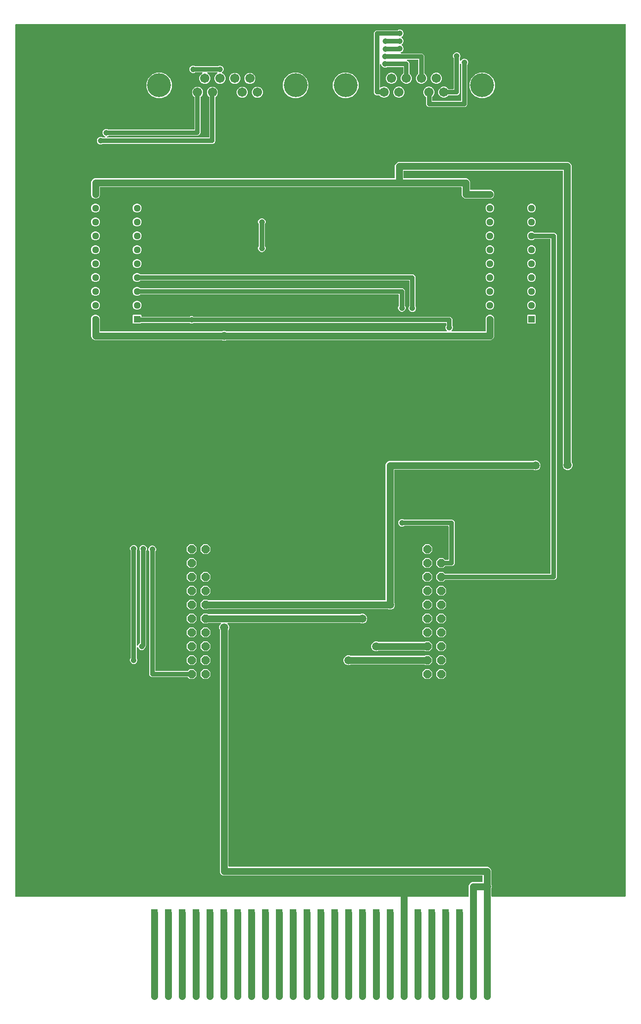
<source format=gbr>
G04 EAGLE Gerber RS-274X export*
G75*
%MOMM*%
%FSLAX34Y34*%
%LPD*%
%INBottom Copper*%
%IPPOS*%
%AMOC8*
5,1,8,0,0,1.08239X$1,22.5*%
G01*
%ADD10C,1.270000*%
%ADD11R,1.270000X0.635000*%
%ADD12P,1.632244X8X292.500000*%
%ADD13R,1.295400X1.295400*%
%ADD14C,1.295400*%
%ADD15C,1.714500*%
%ADD16C,4.368800*%
%ADD17C,0.812800*%
%ADD18C,1.056400*%
%ADD19C,1.500000*%

G36*
X246127Y-677713D02*
X246127Y-677713D01*
X246245Y-677699D01*
X246363Y-677691D01*
X246402Y-677679D01*
X246442Y-677673D01*
X246553Y-677630D01*
X246665Y-677593D01*
X246700Y-677571D01*
X246738Y-677556D01*
X246834Y-677486D01*
X246934Y-677423D01*
X246962Y-677393D01*
X246995Y-677369D01*
X247071Y-677278D01*
X247152Y-677191D01*
X247172Y-677156D01*
X247198Y-677124D01*
X247248Y-677017D01*
X247306Y-676913D01*
X247316Y-676873D01*
X247333Y-676836D01*
X247355Y-676720D01*
X247385Y-676605D01*
X247389Y-676544D01*
X247393Y-676524D01*
X247391Y-676504D01*
X247395Y-676444D01*
X247395Y-657564D01*
X248594Y-654669D01*
X250809Y-652454D01*
X253704Y-651255D01*
X271526Y-651255D01*
X271644Y-651240D01*
X271763Y-651233D01*
X271801Y-651220D01*
X271842Y-651215D01*
X271952Y-651172D01*
X272065Y-651135D01*
X272100Y-651113D01*
X272137Y-651098D01*
X272233Y-651029D01*
X272334Y-650965D01*
X272362Y-650935D01*
X272395Y-650912D01*
X272471Y-650820D01*
X272552Y-650733D01*
X272572Y-650698D01*
X272597Y-650667D01*
X272648Y-650559D01*
X272706Y-650455D01*
X272716Y-650415D01*
X272733Y-650379D01*
X272755Y-650262D01*
X272785Y-650147D01*
X272789Y-650087D01*
X272793Y-650067D01*
X272791Y-650046D01*
X272795Y-649986D01*
X272795Y-640334D01*
X272780Y-640216D01*
X272773Y-640097D01*
X272760Y-640059D01*
X272755Y-640018D01*
X272712Y-639908D01*
X272675Y-639795D01*
X272653Y-639760D01*
X272638Y-639723D01*
X272569Y-639627D01*
X272505Y-639526D01*
X272475Y-639498D01*
X272452Y-639465D01*
X272360Y-639389D01*
X272273Y-639308D01*
X272238Y-639288D01*
X272207Y-639263D01*
X272099Y-639212D01*
X271995Y-639154D01*
X271955Y-639144D01*
X271919Y-639127D01*
X271802Y-639105D01*
X271687Y-639075D01*
X271627Y-639071D01*
X271607Y-639067D01*
X271586Y-639069D01*
X271526Y-639065D01*
X-202226Y-639065D01*
X-205121Y-637866D01*
X-207336Y-635651D01*
X-208535Y-632756D01*
X-208535Y-190244D01*
X-208536Y-190235D01*
X-208535Y-190225D01*
X-208556Y-190077D01*
X-208575Y-189928D01*
X-208578Y-189920D01*
X-208579Y-189911D01*
X-208631Y-189758D01*
X-209685Y-187215D01*
X-209685Y-183625D01*
X-208311Y-180308D01*
X-206954Y-178951D01*
X-206869Y-178842D01*
X-206780Y-178735D01*
X-206772Y-178716D01*
X-206759Y-178700D01*
X-206704Y-178573D01*
X-206645Y-178447D01*
X-206641Y-178427D01*
X-206633Y-178408D01*
X-206611Y-178270D01*
X-206585Y-178134D01*
X-206586Y-178114D01*
X-206583Y-178094D01*
X-206596Y-177955D01*
X-206605Y-177817D01*
X-206611Y-177798D01*
X-206613Y-177778D01*
X-206660Y-177646D01*
X-206703Y-177515D01*
X-206714Y-177497D01*
X-206721Y-177478D01*
X-206799Y-177363D01*
X-206873Y-177246D01*
X-206888Y-177232D01*
X-206899Y-177215D01*
X-207004Y-177123D01*
X-207105Y-177028D01*
X-207122Y-177018D01*
X-207138Y-177005D01*
X-207262Y-176941D01*
X-207383Y-176874D01*
X-207403Y-176869D01*
X-207421Y-176860D01*
X-207557Y-176830D01*
X-207691Y-176795D01*
X-207719Y-176793D01*
X-207731Y-176790D01*
X-207752Y-176791D01*
X-207852Y-176785D01*
X-229480Y-176785D01*
X-229578Y-176797D01*
X-229677Y-176800D01*
X-229735Y-176817D01*
X-229795Y-176825D01*
X-229887Y-176861D01*
X-229982Y-176889D01*
X-230034Y-176919D01*
X-230091Y-176942D01*
X-230171Y-177000D01*
X-230256Y-177050D01*
X-230332Y-177116D01*
X-230348Y-177128D01*
X-230356Y-177138D01*
X-230377Y-177156D01*
X-231195Y-177975D01*
X-238705Y-177975D01*
X-244015Y-172665D01*
X-244015Y-165155D01*
X-238705Y-159845D01*
X-231195Y-159845D01*
X-230377Y-160664D01*
X-230299Y-160724D01*
X-230227Y-160792D01*
X-230174Y-160821D01*
X-230126Y-160858D01*
X-230035Y-160898D01*
X-229948Y-160946D01*
X-229890Y-160961D01*
X-229834Y-160985D01*
X-229736Y-161000D01*
X-229640Y-161025D01*
X-229540Y-161031D01*
X-229520Y-161035D01*
X-229508Y-161033D01*
X-229480Y-161035D01*
X47246Y-161035D01*
X47255Y-161034D01*
X47265Y-161035D01*
X47413Y-161014D01*
X47562Y-160995D01*
X47570Y-160992D01*
X47579Y-160991D01*
X47732Y-160939D01*
X50275Y-159885D01*
X53865Y-159885D01*
X57182Y-161259D01*
X59721Y-163798D01*
X61095Y-167115D01*
X61095Y-170705D01*
X59721Y-174022D01*
X57182Y-176561D01*
X53865Y-177935D01*
X50275Y-177935D01*
X47732Y-176881D01*
X47723Y-176879D01*
X47715Y-176874D01*
X47569Y-176837D01*
X47425Y-176797D01*
X47416Y-176797D01*
X47407Y-176795D01*
X47246Y-176785D01*
X-193468Y-176785D01*
X-193606Y-176802D01*
X-193745Y-176815D01*
X-193764Y-176822D01*
X-193784Y-176825D01*
X-193913Y-176876D01*
X-194044Y-176923D01*
X-194061Y-176934D01*
X-194079Y-176942D01*
X-194192Y-177023D01*
X-194307Y-177101D01*
X-194320Y-177117D01*
X-194337Y-177128D01*
X-194426Y-177236D01*
X-194517Y-177340D01*
X-194527Y-177358D01*
X-194540Y-177373D01*
X-194599Y-177499D01*
X-194662Y-177623D01*
X-194666Y-177643D01*
X-194675Y-177661D01*
X-194701Y-177798D01*
X-194732Y-177933D01*
X-194731Y-177954D01*
X-194735Y-177973D01*
X-194726Y-178112D01*
X-194722Y-178251D01*
X-194716Y-178271D01*
X-194715Y-178291D01*
X-194672Y-178423D01*
X-194634Y-178557D01*
X-194623Y-178574D01*
X-194617Y-178593D01*
X-194543Y-178711D01*
X-194472Y-178831D01*
X-194453Y-178852D01*
X-194447Y-178862D01*
X-194432Y-178876D01*
X-194366Y-178951D01*
X-193009Y-180308D01*
X-191635Y-183625D01*
X-191635Y-187215D01*
X-192689Y-189758D01*
X-192691Y-189767D01*
X-192696Y-189775D01*
X-192733Y-189921D01*
X-192773Y-190065D01*
X-192773Y-190074D01*
X-192775Y-190083D01*
X-192785Y-190244D01*
X-192785Y-622046D01*
X-192770Y-622164D01*
X-192763Y-622283D01*
X-192750Y-622321D01*
X-192745Y-622362D01*
X-192702Y-622472D01*
X-192665Y-622585D01*
X-192643Y-622620D01*
X-192628Y-622657D01*
X-192559Y-622753D01*
X-192495Y-622854D01*
X-192465Y-622882D01*
X-192442Y-622915D01*
X-192350Y-622991D01*
X-192263Y-623072D01*
X-192228Y-623092D01*
X-192197Y-623117D01*
X-192089Y-623168D01*
X-191985Y-623226D01*
X-191945Y-623236D01*
X-191909Y-623253D01*
X-191792Y-623275D01*
X-191677Y-623305D01*
X-191617Y-623309D01*
X-191597Y-623313D01*
X-191576Y-623311D01*
X-191516Y-623315D01*
X282236Y-623315D01*
X285131Y-624514D01*
X287346Y-626729D01*
X288545Y-629624D01*
X288545Y-654306D01*
X288546Y-654315D01*
X288545Y-654325D01*
X288566Y-654473D01*
X288585Y-654622D01*
X288588Y-654630D01*
X288589Y-654639D01*
X288641Y-654792D01*
X289695Y-657335D01*
X289695Y-660925D01*
X288641Y-663468D01*
X288639Y-663477D01*
X288634Y-663485D01*
X288597Y-663631D01*
X288557Y-663775D01*
X288557Y-663784D01*
X288555Y-663793D01*
X288545Y-663954D01*
X288545Y-676419D01*
X288560Y-676538D01*
X288567Y-676657D01*
X288580Y-676695D01*
X288585Y-676735D01*
X288629Y-676846D01*
X288665Y-676959D01*
X288687Y-676993D01*
X288702Y-677031D01*
X288772Y-677127D01*
X288836Y-677228D01*
X288865Y-677256D01*
X288888Y-677288D01*
X288980Y-677364D01*
X289067Y-677446D01*
X289103Y-677465D01*
X289133Y-677491D01*
X289241Y-677542D01*
X289346Y-677599D01*
X289385Y-677609D01*
X289421Y-677626D01*
X289538Y-677649D01*
X289654Y-677678D01*
X289714Y-677682D01*
X289733Y-677686D01*
X289754Y-677685D01*
X289815Y-677689D01*
X533909Y-677550D01*
X534027Y-677535D01*
X534145Y-677527D01*
X534184Y-677515D01*
X534224Y-677510D01*
X534335Y-677466D01*
X534447Y-677429D01*
X534482Y-677408D01*
X534520Y-677393D01*
X534616Y-677323D01*
X534716Y-677259D01*
X534744Y-677230D01*
X534777Y-677206D01*
X534853Y-677114D01*
X534934Y-677028D01*
X534954Y-676992D01*
X534980Y-676960D01*
X535030Y-676853D01*
X535088Y-676749D01*
X535098Y-676710D01*
X535115Y-676673D01*
X535137Y-676556D01*
X535167Y-676441D01*
X535171Y-676381D01*
X535175Y-676360D01*
X535173Y-676340D01*
X535177Y-676281D01*
X535177Y917448D01*
X535162Y917566D01*
X535155Y917685D01*
X535142Y917723D01*
X535137Y917764D01*
X535094Y917874D01*
X535057Y917987D01*
X535035Y918022D01*
X535020Y918059D01*
X534951Y918155D01*
X534887Y918256D01*
X534857Y918284D01*
X534834Y918317D01*
X534742Y918393D01*
X534655Y918474D01*
X534620Y918494D01*
X534589Y918519D01*
X534481Y918570D01*
X534377Y918628D01*
X534337Y918638D01*
X534301Y918655D01*
X534184Y918677D01*
X534069Y918707D01*
X534009Y918711D01*
X533989Y918715D01*
X533968Y918713D01*
X533908Y918717D01*
X-582168Y918717D01*
X-582286Y918702D01*
X-582405Y918695D01*
X-582443Y918682D01*
X-582484Y918677D01*
X-582594Y918634D01*
X-582707Y918597D01*
X-582742Y918575D01*
X-582779Y918560D01*
X-582875Y918491D01*
X-582976Y918427D01*
X-583004Y918397D01*
X-583037Y918374D01*
X-583113Y918282D01*
X-583194Y918195D01*
X-583214Y918160D01*
X-583239Y918129D01*
X-583290Y918021D01*
X-583348Y917917D01*
X-583358Y917877D01*
X-583375Y917841D01*
X-583397Y917724D01*
X-583427Y917609D01*
X-583431Y917549D01*
X-583435Y917529D01*
X-583433Y917508D01*
X-583437Y917448D01*
X-583437Y-676915D01*
X-583422Y-677034D01*
X-583415Y-677153D01*
X-583402Y-677191D01*
X-583397Y-677231D01*
X-583353Y-677342D01*
X-583317Y-677455D01*
X-583295Y-677489D01*
X-583280Y-677527D01*
X-583210Y-677623D01*
X-583146Y-677724D01*
X-583117Y-677752D01*
X-583094Y-677784D01*
X-583002Y-677860D01*
X-582915Y-677942D01*
X-582879Y-677961D01*
X-582849Y-677987D01*
X-582741Y-678038D01*
X-582636Y-678095D01*
X-582597Y-678105D01*
X-582561Y-678122D01*
X-582444Y-678145D01*
X-582328Y-678174D01*
X-582268Y-678178D01*
X-582249Y-678182D01*
X-582228Y-678181D01*
X-582167Y-678185D01*
X246127Y-677713D01*
G37*
%LPC*%
G36*
X426830Y102735D02*
X426830Y102735D01*
X423513Y104109D01*
X420974Y106648D01*
X419600Y109965D01*
X419600Y113555D01*
X419701Y113799D01*
X419704Y113808D01*
X419708Y113816D01*
X419745Y113960D01*
X419785Y114105D01*
X419785Y114115D01*
X419788Y114124D01*
X419798Y114284D01*
X419798Y649415D01*
X419783Y649533D01*
X419775Y649651D01*
X419763Y649690D01*
X419758Y649730D01*
X419714Y649841D01*
X419677Y649954D01*
X419656Y649988D01*
X419641Y650026D01*
X419571Y650122D01*
X419507Y650223D01*
X419478Y650250D01*
X419454Y650283D01*
X419362Y650359D01*
X419276Y650441D01*
X419240Y650460D01*
X419209Y650486D01*
X419101Y650537D01*
X418997Y650594D01*
X418958Y650604D01*
X418921Y650621D01*
X418805Y650644D01*
X418689Y650674D01*
X418629Y650677D01*
X418609Y650681D01*
X418589Y650680D01*
X418529Y650684D01*
X128841Y650684D01*
X128723Y650669D01*
X128605Y650661D01*
X128566Y650649D01*
X128526Y650644D01*
X128415Y650600D01*
X128302Y650563D01*
X128268Y650542D01*
X128230Y650527D01*
X128134Y650457D01*
X128033Y650393D01*
X128006Y650364D01*
X127973Y650340D01*
X127897Y650248D01*
X127815Y650162D01*
X127796Y650126D01*
X127770Y650095D01*
X127719Y649987D01*
X127662Y649883D01*
X127652Y649844D01*
X127635Y649807D01*
X127612Y649691D01*
X127582Y649575D01*
X127579Y649515D01*
X127575Y649495D01*
X127576Y649475D01*
X127572Y649415D01*
X127572Y637794D01*
X127587Y637676D01*
X127595Y637557D01*
X127607Y637519D01*
X127612Y637478D01*
X127656Y637368D01*
X127693Y637255D01*
X127714Y637220D01*
X127729Y637183D01*
X127799Y637087D01*
X127863Y636986D01*
X127892Y636958D01*
X127916Y636925D01*
X128008Y636849D01*
X128094Y636768D01*
X128130Y636748D01*
X128161Y636723D01*
X128269Y636672D01*
X128373Y636614D01*
X128412Y636604D01*
X128449Y636587D01*
X128565Y636565D01*
X128681Y636535D01*
X128741Y636531D01*
X128761Y636527D01*
X128781Y636529D01*
X128841Y636525D01*
X243184Y636525D01*
X246078Y635326D01*
X248611Y632793D01*
X249810Y629899D01*
X249810Y616839D01*
X249825Y616721D01*
X249832Y616602D01*
X249845Y616564D01*
X249850Y616523D01*
X249893Y616413D01*
X249930Y616300D01*
X249952Y616265D01*
X249967Y616228D01*
X250036Y616132D01*
X250100Y616031D01*
X250130Y616003D01*
X250153Y615970D01*
X250245Y615894D01*
X250332Y615813D01*
X250367Y615793D01*
X250398Y615768D01*
X250506Y615717D01*
X250610Y615659D01*
X250650Y615649D01*
X250686Y615632D01*
X250803Y615610D01*
X250918Y615580D01*
X250978Y615576D01*
X250998Y615572D01*
X251019Y615574D01*
X251079Y615570D01*
X283917Y615570D01*
X283926Y615571D01*
X283935Y615570D01*
X284085Y615591D01*
X284232Y615610D01*
X284241Y615613D01*
X284250Y615614D01*
X284403Y615666D01*
X284476Y615697D01*
X287659Y615697D01*
X290600Y614479D01*
X292851Y612228D01*
X294069Y609287D01*
X294069Y606103D01*
X292851Y603162D01*
X290600Y600911D01*
X287659Y599693D01*
X284476Y599693D01*
X284403Y599724D01*
X284394Y599726D01*
X284385Y599731D01*
X284241Y599768D01*
X284096Y599808D01*
X284086Y599808D01*
X284077Y599810D01*
X283917Y599820D01*
X240686Y599820D01*
X237792Y601019D01*
X235259Y603552D01*
X234060Y606446D01*
X234060Y619506D01*
X234045Y619624D01*
X234038Y619743D01*
X234025Y619781D01*
X234020Y619822D01*
X233977Y619932D01*
X233940Y620045D01*
X233918Y620080D01*
X233903Y620117D01*
X233834Y620213D01*
X233770Y620314D01*
X233740Y620342D01*
X233717Y620375D01*
X233625Y620451D01*
X233538Y620532D01*
X233503Y620552D01*
X233472Y620577D01*
X233364Y620628D01*
X233260Y620686D01*
X233220Y620696D01*
X233184Y620713D01*
X233067Y620735D01*
X232952Y620765D01*
X232892Y620769D01*
X232872Y620773D01*
X232851Y620771D01*
X232791Y620775D01*
X-427419Y620775D01*
X-427537Y620760D01*
X-427655Y620753D01*
X-427694Y620740D01*
X-427734Y620735D01*
X-427845Y620692D01*
X-427958Y620655D01*
X-427992Y620633D01*
X-428030Y620618D01*
X-428126Y620549D01*
X-428227Y620485D01*
X-428254Y620455D01*
X-428287Y620432D01*
X-428363Y620340D01*
X-428445Y620253D01*
X-428464Y620218D01*
X-428490Y620187D01*
X-428541Y620079D01*
X-428598Y619975D01*
X-428608Y619935D01*
X-428625Y619899D01*
X-428648Y619782D01*
X-428678Y619667D01*
X-428681Y619607D01*
X-428685Y619587D01*
X-428684Y619566D01*
X-428688Y619506D01*
X-428688Y609846D01*
X-428687Y609837D01*
X-428688Y609827D01*
X-428667Y609679D01*
X-428648Y609530D01*
X-428645Y609522D01*
X-428643Y609512D01*
X-428591Y609360D01*
X-428561Y609287D01*
X-428561Y606103D01*
X-429779Y603162D01*
X-432030Y600911D01*
X-434971Y599693D01*
X-438154Y599693D01*
X-441095Y600911D01*
X-443346Y603162D01*
X-444564Y606103D01*
X-444564Y609287D01*
X-444534Y609360D01*
X-444531Y609369D01*
X-444527Y609377D01*
X-444490Y609522D01*
X-444450Y609667D01*
X-444450Y609676D01*
X-444447Y609685D01*
X-444437Y609846D01*
X-444437Y630216D01*
X-443238Y633111D01*
X-441023Y635326D01*
X-438129Y636525D01*
X110554Y636525D01*
X110672Y636540D01*
X110790Y636547D01*
X110829Y636560D01*
X110869Y636565D01*
X110980Y636608D01*
X111093Y636645D01*
X111127Y636667D01*
X111165Y636682D01*
X111261Y636751D01*
X111362Y636815D01*
X111389Y636845D01*
X111422Y636868D01*
X111498Y636960D01*
X111580Y637047D01*
X111599Y637082D01*
X111625Y637113D01*
X111676Y637221D01*
X111733Y637325D01*
X111743Y637365D01*
X111760Y637401D01*
X111783Y637518D01*
X111813Y637633D01*
X111816Y637693D01*
X111820Y637713D01*
X111819Y637734D01*
X111823Y637794D01*
X111823Y659744D01*
X113022Y662638D01*
X115618Y665234D01*
X118512Y666433D01*
X429239Y666433D01*
X432133Y665234D01*
X434348Y663019D01*
X435547Y660125D01*
X435547Y118126D01*
X435560Y118028D01*
X435563Y117929D01*
X435579Y117871D01*
X435587Y117811D01*
X435624Y117719D01*
X435651Y117624D01*
X435682Y117572D01*
X435704Y117515D01*
X435762Y117435D01*
X435813Y117350D01*
X435879Y117274D01*
X435891Y117258D01*
X435900Y117250D01*
X435919Y117229D01*
X436276Y116872D01*
X437650Y113555D01*
X437650Y109965D01*
X436276Y106648D01*
X433737Y104109D01*
X430420Y102735D01*
X426830Y102735D01*
G37*
%LPD*%
%LPC*%
G36*
X-202773Y339590D02*
X-202773Y339590D01*
X-205316Y340644D01*
X-205325Y340646D01*
X-205333Y340651D01*
X-205478Y340688D01*
X-205622Y340728D01*
X-205632Y340728D01*
X-205641Y340730D01*
X-205801Y340740D01*
X-438129Y340740D01*
X-441023Y341939D01*
X-443238Y344154D01*
X-444437Y347049D01*
X-444437Y376944D01*
X-444438Y376953D01*
X-444437Y376963D01*
X-444458Y377111D01*
X-444477Y377260D01*
X-444480Y377268D01*
X-444482Y377278D01*
X-444534Y377430D01*
X-444564Y377503D01*
X-444564Y380687D01*
X-443346Y383628D01*
X-441095Y385879D01*
X-438154Y387097D01*
X-434971Y387097D01*
X-432030Y385879D01*
X-429779Y383628D01*
X-428561Y380687D01*
X-428561Y377503D01*
X-428591Y377430D01*
X-428594Y377421D01*
X-428598Y377413D01*
X-428635Y377268D01*
X-428675Y377123D01*
X-428675Y377114D01*
X-428678Y377105D01*
X-428688Y376944D01*
X-428688Y357759D01*
X-428673Y357641D01*
X-428665Y357522D01*
X-428653Y357484D01*
X-428648Y357443D01*
X-428604Y357333D01*
X-428567Y357220D01*
X-428546Y357185D01*
X-428531Y357148D01*
X-428461Y357052D01*
X-428397Y356951D01*
X-428368Y356923D01*
X-428344Y356890D01*
X-428252Y356814D01*
X-428166Y356733D01*
X-428130Y356713D01*
X-428099Y356688D01*
X-427991Y356637D01*
X-427887Y356579D01*
X-427848Y356569D01*
X-427811Y356552D01*
X-427695Y356530D01*
X-427579Y356500D01*
X-427519Y356496D01*
X-427499Y356492D01*
X-427479Y356494D01*
X-427419Y356490D01*
X-205801Y356490D01*
X-205792Y356491D01*
X-205783Y356490D01*
X-205634Y356511D01*
X-205486Y356530D01*
X-205477Y356533D01*
X-205468Y356534D01*
X-205316Y356586D01*
X-202773Y357640D01*
X-199182Y357640D01*
X-196639Y356586D01*
X-196630Y356584D01*
X-196622Y356579D01*
X-196477Y356542D01*
X-196333Y356502D01*
X-196323Y356502D01*
X-196314Y356500D01*
X-196154Y356490D01*
X206447Y356490D01*
X206585Y356507D01*
X206724Y356520D01*
X206743Y356527D01*
X206763Y356530D01*
X206892Y356581D01*
X207023Y356628D01*
X207040Y356639D01*
X207059Y356647D01*
X207171Y356728D01*
X207286Y356806D01*
X207300Y356822D01*
X207316Y356833D01*
X207405Y356941D01*
X207497Y357045D01*
X207506Y357063D01*
X207519Y357078D01*
X207578Y357204D01*
X207641Y357328D01*
X207646Y357348D01*
X207654Y357366D01*
X207680Y357503D01*
X207711Y357638D01*
X207710Y357659D01*
X207714Y357678D01*
X207705Y357817D01*
X207701Y357956D01*
X207696Y357976D01*
X207694Y357996D01*
X207652Y358128D01*
X207613Y358262D01*
X207603Y358279D01*
X207596Y358298D01*
X207522Y358416D01*
X207451Y358536D01*
X207433Y358557D01*
X207426Y358567D01*
X207411Y358581D01*
X207345Y358656D01*
X206002Y359999D01*
X204966Y362501D01*
X204966Y365209D01*
X206087Y367916D01*
X206090Y367925D01*
X206094Y367933D01*
X206132Y368078D01*
X206171Y368223D01*
X206171Y368232D01*
X206174Y368241D01*
X206184Y368402D01*
X206184Y370650D01*
X206169Y370768D01*
X206161Y370886D01*
X206149Y370925D01*
X206144Y370965D01*
X206100Y371076D01*
X206063Y371189D01*
X206042Y371223D01*
X206027Y371261D01*
X205957Y371357D01*
X205893Y371458D01*
X205864Y371485D01*
X205840Y371518D01*
X205748Y371594D01*
X205662Y371676D01*
X205626Y371695D01*
X205595Y371721D01*
X205487Y371772D01*
X205383Y371829D01*
X205344Y371839D01*
X205307Y371856D01*
X205191Y371879D01*
X205075Y371909D01*
X205015Y371912D01*
X204995Y371916D01*
X204975Y371915D01*
X204915Y371919D01*
X-255803Y371919D01*
X-255812Y371918D01*
X-255822Y371919D01*
X-255970Y371898D01*
X-256119Y371879D01*
X-256127Y371876D01*
X-256136Y371874D01*
X-256289Y371822D01*
X-258996Y370701D01*
X-261704Y370701D01*
X-264411Y371822D01*
X-264420Y371825D01*
X-264428Y371829D01*
X-264573Y371867D01*
X-264718Y371906D01*
X-264727Y371906D01*
X-264736Y371909D01*
X-264897Y371919D01*
X-351903Y371919D01*
X-352001Y371906D01*
X-352100Y371903D01*
X-352158Y371887D01*
X-352218Y371879D01*
X-352310Y371843D01*
X-352405Y371815D01*
X-352458Y371784D01*
X-352514Y371762D01*
X-352594Y371704D01*
X-352679Y371653D01*
X-352755Y371587D01*
X-352771Y371575D01*
X-352779Y371566D01*
X-352800Y371547D01*
X-353254Y371093D01*
X-367471Y371093D01*
X-368364Y371986D01*
X-368364Y386204D01*
X-367471Y387097D01*
X-353254Y387097D01*
X-352361Y386204D01*
X-352361Y384365D01*
X-352346Y384247D01*
X-352338Y384129D01*
X-352326Y384090D01*
X-352321Y384050D01*
X-352277Y383939D01*
X-352240Y383826D01*
X-352219Y383792D01*
X-352204Y383754D01*
X-352134Y383658D01*
X-352070Y383557D01*
X-352041Y383530D01*
X-352017Y383497D01*
X-351925Y383421D01*
X-351839Y383339D01*
X-351803Y383320D01*
X-351772Y383294D01*
X-351664Y383243D01*
X-351560Y383186D01*
X-351521Y383176D01*
X-351484Y383159D01*
X-351368Y383136D01*
X-351252Y383106D01*
X-351192Y383103D01*
X-351172Y383099D01*
X-351152Y383100D01*
X-351092Y383096D01*
X-264897Y383096D01*
X-264888Y383097D01*
X-264878Y383096D01*
X-264730Y383117D01*
X-264581Y383136D01*
X-264573Y383139D01*
X-264564Y383141D01*
X-264411Y383193D01*
X-261704Y384314D01*
X-258996Y384314D01*
X-256289Y383193D01*
X-256280Y383190D01*
X-256272Y383186D01*
X-256127Y383148D01*
X-255982Y383109D01*
X-255973Y383109D01*
X-255964Y383106D01*
X-255803Y383096D01*
X212884Y383096D01*
X214938Y382245D01*
X216510Y380673D01*
X217361Y378619D01*
X217361Y368402D01*
X217362Y368393D01*
X217361Y368383D01*
X217382Y368235D01*
X217401Y368086D01*
X217404Y368078D01*
X217406Y368068D01*
X217458Y367916D01*
X218579Y365209D01*
X218579Y362501D01*
X217543Y359999D01*
X216200Y358656D01*
X216115Y358547D01*
X216026Y358440D01*
X216018Y358421D01*
X216005Y358405D01*
X215950Y358278D01*
X215891Y358152D01*
X215887Y358132D01*
X215879Y358113D01*
X215857Y357975D01*
X215831Y357839D01*
X215832Y357819D01*
X215829Y357799D01*
X215842Y357660D01*
X215851Y357522D01*
X215857Y357503D01*
X215859Y357483D01*
X215906Y357351D01*
X215949Y357220D01*
X215960Y357202D01*
X215966Y357183D01*
X216044Y357068D01*
X216119Y356951D01*
X216134Y356937D01*
X216145Y356920D01*
X216249Y356828D01*
X216350Y356733D01*
X216368Y356723D01*
X216383Y356710D01*
X216508Y356646D01*
X216629Y356579D01*
X216649Y356574D01*
X216667Y356565D01*
X216802Y356535D01*
X216937Y356500D01*
X216965Y356498D01*
X216977Y356495D01*
X216997Y356496D01*
X217098Y356490D01*
X276924Y356490D01*
X277042Y356505D01*
X277160Y356512D01*
X277199Y356525D01*
X277239Y356530D01*
X277350Y356573D01*
X277463Y356610D01*
X277497Y356632D01*
X277535Y356647D01*
X277631Y356716D01*
X277732Y356780D01*
X277759Y356810D01*
X277792Y356833D01*
X277868Y356925D01*
X277950Y357012D01*
X277969Y357047D01*
X277995Y357078D01*
X278046Y357186D01*
X278103Y357290D01*
X278113Y357330D01*
X278130Y357366D01*
X278153Y357483D01*
X278183Y357598D01*
X278186Y357658D01*
X278190Y357678D01*
X278189Y357699D01*
X278193Y357759D01*
X278193Y376944D01*
X278192Y376953D01*
X278193Y376963D01*
X278172Y377111D01*
X278153Y377260D01*
X278150Y377268D01*
X278148Y377278D01*
X278096Y377430D01*
X278066Y377503D01*
X278066Y380687D01*
X279284Y383628D01*
X281535Y385879D01*
X284476Y387097D01*
X287659Y387097D01*
X290600Y385879D01*
X292851Y383628D01*
X294069Y380687D01*
X294069Y377503D01*
X294039Y377430D01*
X294036Y377421D01*
X294032Y377413D01*
X293995Y377268D01*
X293955Y377123D01*
X293955Y377114D01*
X293952Y377105D01*
X293942Y376944D01*
X293942Y347049D01*
X292743Y344154D01*
X290528Y341939D01*
X287634Y340740D01*
X-196154Y340740D01*
X-196163Y340739D01*
X-196172Y340740D01*
X-196321Y340719D01*
X-196469Y340700D01*
X-196478Y340697D01*
X-196487Y340696D01*
X-196639Y340644D01*
X-199182Y339590D01*
X-202773Y339590D01*
G37*
%LPD*%
%LPC*%
G36*
X-238705Y-152575D02*
X-238705Y-152575D01*
X-244015Y-147265D01*
X-244015Y-139755D01*
X-238705Y-134445D01*
X-231195Y-134445D01*
X-230377Y-135264D01*
X-230299Y-135324D01*
X-230227Y-135392D01*
X-230174Y-135421D01*
X-230126Y-135458D01*
X-230035Y-135498D01*
X-229948Y-135546D01*
X-229890Y-135561D01*
X-229834Y-135585D01*
X-229736Y-135600D01*
X-229640Y-135625D01*
X-229540Y-135631D01*
X-229520Y-135635D01*
X-229508Y-135633D01*
X-229480Y-135635D01*
X93726Y-135635D01*
X93844Y-135620D01*
X93963Y-135613D01*
X94001Y-135600D01*
X94042Y-135595D01*
X94152Y-135552D01*
X94265Y-135515D01*
X94300Y-135493D01*
X94337Y-135478D01*
X94433Y-135409D01*
X94534Y-135345D01*
X94562Y-135315D01*
X94595Y-135292D01*
X94671Y-135200D01*
X94752Y-135113D01*
X94772Y-135078D01*
X94797Y-135047D01*
X94848Y-134939D01*
X94906Y-134835D01*
X94916Y-134795D01*
X94933Y-134759D01*
X94955Y-134642D01*
X94985Y-134527D01*
X94989Y-134467D01*
X94993Y-134447D01*
X94991Y-134426D01*
X94995Y-134366D01*
X94995Y113009D01*
X96194Y115903D01*
X98409Y118118D01*
X101304Y119317D01*
X364746Y119317D01*
X364755Y119318D01*
X364765Y119317D01*
X364913Y119338D01*
X365062Y119357D01*
X365070Y119360D01*
X365079Y119362D01*
X365232Y119414D01*
X367775Y120467D01*
X371365Y120467D01*
X374682Y119093D01*
X377221Y116555D01*
X378595Y113238D01*
X378595Y109647D01*
X377221Y106330D01*
X374682Y103792D01*
X371365Y102418D01*
X367775Y102418D01*
X365232Y103471D01*
X365223Y103474D01*
X365215Y103478D01*
X365069Y103516D01*
X364925Y103555D01*
X364916Y103555D01*
X364907Y103558D01*
X364746Y103568D01*
X112014Y103568D01*
X111896Y103553D01*
X111777Y103545D01*
X111739Y103533D01*
X111698Y103528D01*
X111588Y103484D01*
X111475Y103447D01*
X111440Y103426D01*
X111403Y103411D01*
X111307Y103341D01*
X111206Y103277D01*
X111178Y103248D01*
X111145Y103224D01*
X111069Y103132D01*
X110988Y103046D01*
X110968Y103010D01*
X110943Y102979D01*
X110892Y102871D01*
X110834Y102767D01*
X110824Y102728D01*
X110807Y102691D01*
X110785Y102575D01*
X110755Y102459D01*
X110751Y102399D01*
X110747Y102379D01*
X110749Y102359D01*
X110745Y102299D01*
X110745Y-138686D01*
X110746Y-138695D01*
X110745Y-138705D01*
X110766Y-138853D01*
X110785Y-139002D01*
X110788Y-139010D01*
X110789Y-139019D01*
X110841Y-139172D01*
X111895Y-141715D01*
X111895Y-145305D01*
X110521Y-148622D01*
X107982Y-151161D01*
X104665Y-152535D01*
X101075Y-152535D01*
X98532Y-151481D01*
X98523Y-151479D01*
X98515Y-151474D01*
X98369Y-151437D01*
X98225Y-151397D01*
X98216Y-151397D01*
X98207Y-151395D01*
X98046Y-151385D01*
X-229480Y-151385D01*
X-229578Y-151397D01*
X-229677Y-151400D01*
X-229735Y-151417D01*
X-229795Y-151425D01*
X-229887Y-151461D01*
X-229982Y-151489D01*
X-230034Y-151519D01*
X-230091Y-151542D01*
X-230171Y-151600D01*
X-230256Y-151650D01*
X-230332Y-151716D01*
X-230348Y-151728D01*
X-230356Y-151738D01*
X-230377Y-151756D01*
X-231195Y-152575D01*
X-238705Y-152575D01*
G37*
%LPD*%
%LPC*%
G36*
X193095Y-101775D02*
X193095Y-101775D01*
X187785Y-96465D01*
X187785Y-88955D01*
X193095Y-83645D01*
X200605Y-83645D01*
X203709Y-86750D01*
X203787Y-86810D01*
X203859Y-86878D01*
X203912Y-86907D01*
X203960Y-86944D01*
X204051Y-86984D01*
X204138Y-87032D01*
X204196Y-87047D01*
X204252Y-87071D01*
X204350Y-87086D01*
X204446Y-87111D01*
X204546Y-87117D01*
X204566Y-87121D01*
X204578Y-87119D01*
X204606Y-87121D01*
X396050Y-87121D01*
X396168Y-87106D01*
X396286Y-87099D01*
X396325Y-87086D01*
X396365Y-87081D01*
X396476Y-87038D01*
X396589Y-87001D01*
X396623Y-86979D01*
X396661Y-86964D01*
X396757Y-86895D01*
X396858Y-86831D01*
X396885Y-86801D01*
X396918Y-86778D01*
X396994Y-86686D01*
X397076Y-86599D01*
X397095Y-86564D01*
X397121Y-86533D01*
X397172Y-86425D01*
X397229Y-86321D01*
X397239Y-86281D01*
X397256Y-86245D01*
X397279Y-86128D01*
X397309Y-86013D01*
X397312Y-85953D01*
X397316Y-85933D01*
X397315Y-85912D01*
X397319Y-85852D01*
X397319Y524637D01*
X397304Y524755D01*
X397296Y524874D01*
X397284Y524912D01*
X397279Y524953D01*
X397235Y525063D01*
X397198Y525176D01*
X397177Y525211D01*
X397162Y525248D01*
X397092Y525344D01*
X397028Y525445D01*
X396999Y525473D01*
X396975Y525506D01*
X396883Y525582D01*
X396797Y525663D01*
X396761Y525683D01*
X396730Y525708D01*
X396622Y525759D01*
X396518Y525817D01*
X396479Y525827D01*
X396442Y525844D01*
X396326Y525866D01*
X396210Y525896D01*
X396150Y525900D01*
X396130Y525904D01*
X396110Y525902D01*
X396050Y525906D01*
X368521Y525906D01*
X368423Y525894D01*
X368323Y525891D01*
X368265Y525874D01*
X368205Y525866D01*
X368113Y525830D01*
X368018Y525802D01*
X367966Y525772D01*
X367909Y525749D01*
X367829Y525691D01*
X367744Y525641D01*
X367669Y525575D01*
X367652Y525563D01*
X367644Y525553D01*
X367623Y525535D01*
X366800Y524711D01*
X363859Y523493D01*
X360676Y523493D01*
X357735Y524711D01*
X355484Y526962D01*
X354266Y529903D01*
X354266Y533087D01*
X355484Y536028D01*
X357735Y538279D01*
X360676Y539497D01*
X363859Y539497D01*
X366800Y538279D01*
X367623Y537455D01*
X367701Y537395D01*
X367774Y537327D01*
X367827Y537298D01*
X367874Y537261D01*
X367965Y537221D01*
X368052Y537173D01*
X368111Y537158D01*
X368166Y537134D01*
X368264Y537119D01*
X368360Y537094D01*
X368460Y537088D01*
X368480Y537084D01*
X368493Y537086D01*
X368521Y537084D01*
X404019Y537084D01*
X406073Y536233D01*
X407645Y534661D01*
X408496Y532607D01*
X408496Y-93822D01*
X407645Y-95876D01*
X406073Y-97448D01*
X404019Y-98299D01*
X204606Y-98299D01*
X204508Y-98311D01*
X204409Y-98314D01*
X204351Y-98331D01*
X204291Y-98339D01*
X204199Y-98375D01*
X204104Y-98403D01*
X204052Y-98433D01*
X203995Y-98456D01*
X203915Y-98514D01*
X203830Y-98564D01*
X203754Y-98630D01*
X203738Y-98642D01*
X203730Y-98652D01*
X203709Y-98670D01*
X200605Y-101775D01*
X193095Y-101775D01*
G37*
%LPD*%
%LPC*%
G36*
X-428391Y698678D02*
X-428391Y698678D01*
X-430893Y699715D01*
X-432808Y701629D01*
X-433844Y704131D01*
X-433844Y706839D01*
X-432808Y709341D01*
X-430893Y711255D01*
X-428391Y712292D01*
X-425684Y712292D01*
X-422976Y711170D01*
X-422967Y711168D01*
X-422959Y711163D01*
X-422814Y711126D01*
X-422670Y711086D01*
X-422660Y711086D01*
X-422651Y711084D01*
X-422491Y711074D01*
X-419278Y711074D01*
X-419209Y711082D01*
X-419139Y711081D01*
X-419052Y711102D01*
X-418963Y711114D01*
X-418898Y711139D01*
X-418830Y711156D01*
X-418750Y711198D01*
X-418667Y711231D01*
X-418610Y711272D01*
X-418549Y711304D01*
X-418482Y711365D01*
X-418410Y711417D01*
X-418365Y711471D01*
X-418313Y711518D01*
X-418264Y711593D01*
X-418207Y711662D01*
X-418177Y711726D01*
X-418139Y711784D01*
X-418109Y711869D01*
X-418071Y711950D01*
X-418058Y712019D01*
X-418035Y712085D01*
X-418028Y712174D01*
X-418011Y712262D01*
X-418016Y712332D01*
X-418010Y712402D01*
X-418026Y712490D01*
X-418031Y712580D01*
X-418053Y712646D01*
X-418065Y712715D01*
X-418102Y712797D01*
X-418129Y712882D01*
X-418167Y712941D01*
X-418195Y713005D01*
X-418251Y713075D01*
X-418299Y713151D01*
X-418350Y713199D01*
X-418394Y713253D01*
X-418466Y713308D01*
X-418531Y713369D01*
X-418592Y713403D01*
X-418648Y713445D01*
X-418792Y713516D01*
X-420733Y714320D01*
X-422648Y716234D01*
X-423684Y718736D01*
X-423684Y721444D01*
X-422648Y723946D01*
X-420733Y725860D01*
X-418231Y726897D01*
X-415524Y726897D01*
X-412816Y725775D01*
X-412807Y725773D01*
X-412799Y725768D01*
X-412654Y725731D01*
X-412510Y725691D01*
X-412500Y725691D01*
X-412491Y725689D01*
X-412331Y725679D01*
X-256349Y725679D01*
X-256231Y725694D01*
X-256113Y725701D01*
X-256074Y725714D01*
X-256034Y725719D01*
X-255923Y725762D01*
X-255810Y725799D01*
X-255776Y725821D01*
X-255738Y725836D01*
X-255642Y725905D01*
X-255541Y725969D01*
X-255514Y725999D01*
X-255481Y726022D01*
X-255405Y726114D01*
X-255323Y726201D01*
X-255304Y726236D01*
X-255278Y726267D01*
X-255227Y726375D01*
X-255170Y726479D01*
X-255160Y726519D01*
X-255143Y726555D01*
X-255120Y726672D01*
X-255090Y726787D01*
X-255087Y726847D01*
X-255083Y726867D01*
X-255084Y726888D01*
X-255080Y726948D01*
X-255080Y784826D01*
X-255093Y784925D01*
X-255096Y785024D01*
X-255112Y785082D01*
X-255120Y785142D01*
X-255157Y785234D01*
X-255184Y785329D01*
X-255215Y785381D01*
X-255237Y785438D01*
X-255295Y785518D01*
X-255346Y785603D01*
X-255412Y785678D01*
X-255424Y785695D01*
X-255433Y785703D01*
X-255452Y785724D01*
X-258052Y788323D01*
X-259589Y792034D01*
X-259589Y796052D01*
X-258052Y799763D01*
X-255211Y802603D01*
X-251500Y804140D01*
X-247483Y804140D01*
X-243772Y802603D01*
X-240931Y799763D01*
X-239394Y796052D01*
X-239394Y792034D01*
X-240931Y788323D01*
X-243531Y785724D01*
X-243592Y785646D01*
X-243660Y785573D01*
X-243689Y785520D01*
X-243726Y785473D01*
X-243765Y785381D01*
X-243813Y785295D01*
X-243828Y785236D01*
X-243852Y785181D01*
X-243868Y785083D01*
X-243893Y784987D01*
X-243899Y784887D01*
X-243902Y784867D01*
X-243901Y784854D01*
X-243903Y784826D01*
X-243903Y719994D01*
X-244754Y717940D01*
X-247342Y715352D01*
X-249396Y714501D01*
X-412331Y714501D01*
X-412340Y714500D01*
X-412349Y714501D01*
X-412498Y714480D01*
X-412646Y714461D01*
X-412655Y714458D01*
X-412664Y714457D01*
X-412816Y714405D01*
X-414963Y713516D01*
X-415023Y713481D01*
X-415088Y713455D01*
X-415161Y713403D01*
X-415239Y713358D01*
X-415289Y713309D01*
X-415345Y713269D01*
X-415403Y713199D01*
X-415467Y713137D01*
X-415504Y713077D01*
X-415548Y713024D01*
X-415587Y712942D01*
X-415634Y712866D01*
X-415654Y712799D01*
X-415684Y712736D01*
X-415701Y712648D01*
X-415727Y712562D01*
X-415730Y712492D01*
X-415744Y712423D01*
X-415738Y712334D01*
X-415742Y712244D01*
X-415728Y712176D01*
X-415724Y712106D01*
X-415696Y712021D01*
X-415678Y711933D01*
X-415647Y711870D01*
X-415626Y711804D01*
X-415578Y711728D01*
X-415538Y711647D01*
X-415493Y711594D01*
X-415456Y711535D01*
X-415390Y711473D01*
X-415332Y711405D01*
X-415275Y711365D01*
X-415224Y711317D01*
X-415145Y711274D01*
X-415072Y711222D01*
X-415007Y711197D01*
X-414946Y711163D01*
X-414859Y711141D01*
X-414775Y711109D01*
X-414705Y711101D01*
X-414638Y711084D01*
X-414477Y711074D01*
X-229425Y711074D01*
X-229307Y711089D01*
X-229189Y711096D01*
X-229150Y711109D01*
X-229110Y711114D01*
X-228999Y711157D01*
X-228886Y711194D01*
X-228852Y711216D01*
X-228814Y711231D01*
X-228718Y711300D01*
X-228617Y711364D01*
X-228590Y711394D01*
X-228557Y711417D01*
X-228481Y711509D01*
X-228399Y711596D01*
X-228380Y711631D01*
X-228354Y711662D01*
X-228303Y711770D01*
X-228246Y711874D01*
X-228236Y711914D01*
X-228219Y711950D01*
X-228196Y712067D01*
X-228166Y712182D01*
X-228163Y712242D01*
X-228159Y712262D01*
X-228160Y712283D01*
X-228156Y712343D01*
X-228156Y785080D01*
X-228169Y785179D01*
X-228172Y785278D01*
X-228188Y785336D01*
X-228196Y785396D01*
X-228233Y785488D01*
X-228260Y785583D01*
X-228291Y785635D01*
X-228313Y785692D01*
X-228371Y785772D01*
X-228422Y785857D01*
X-228488Y785932D01*
X-228500Y785949D01*
X-228509Y785957D01*
X-228528Y785978D01*
X-230874Y788323D01*
X-232411Y792034D01*
X-232411Y796052D01*
X-230874Y799763D01*
X-228033Y802603D01*
X-224322Y804140D01*
X-220305Y804140D01*
X-216594Y802603D01*
X-213753Y799763D01*
X-212216Y796052D01*
X-212216Y792034D01*
X-213753Y788323D01*
X-216607Y785470D01*
X-216668Y785392D01*
X-216736Y785319D01*
X-216765Y785266D01*
X-216802Y785219D01*
X-216841Y785128D01*
X-216889Y785041D01*
X-216904Y784982D01*
X-216928Y784927D01*
X-216944Y784829D01*
X-216969Y784733D01*
X-216975Y784633D01*
X-216978Y784613D01*
X-216977Y784600D01*
X-216979Y784572D01*
X-216979Y704373D01*
X-217830Y702319D01*
X-219402Y700747D01*
X-221456Y699896D01*
X-422491Y699896D01*
X-422500Y699895D01*
X-422509Y699896D01*
X-422658Y699875D01*
X-422806Y699856D01*
X-422815Y699853D01*
X-422824Y699852D01*
X-422976Y699800D01*
X-425684Y698678D01*
X-428391Y698678D01*
G37*
%LPD*%
%LPC*%
G36*
X142791Y391973D02*
X142791Y391973D01*
X140289Y393010D01*
X138375Y394924D01*
X137338Y397426D01*
X137338Y400134D01*
X138460Y402841D01*
X138462Y402850D01*
X138467Y402858D01*
X138504Y403003D01*
X138544Y403148D01*
X138544Y403157D01*
X138546Y403166D01*
X138556Y403327D01*
X138556Y448437D01*
X138541Y448555D01*
X138534Y448674D01*
X138521Y448712D01*
X138516Y448753D01*
X138473Y448863D01*
X138436Y448976D01*
X138414Y449011D01*
X138399Y449048D01*
X138330Y449144D01*
X138266Y449245D01*
X138236Y449273D01*
X138213Y449306D01*
X138121Y449382D01*
X138034Y449463D01*
X137999Y449483D01*
X137968Y449508D01*
X137860Y449559D01*
X137756Y449617D01*
X137716Y449627D01*
X137680Y449644D01*
X137563Y449666D01*
X137448Y449696D01*
X137388Y449700D01*
X137368Y449704D01*
X137347Y449702D01*
X137287Y449706D01*
X-354109Y449706D01*
X-354207Y449694D01*
X-354307Y449691D01*
X-354365Y449674D01*
X-354425Y449666D01*
X-354517Y449630D01*
X-354612Y449602D01*
X-354664Y449572D01*
X-354721Y449549D01*
X-354801Y449491D01*
X-354886Y449441D01*
X-354961Y449375D01*
X-354978Y449363D01*
X-354986Y449353D01*
X-355007Y449334D01*
X-355830Y448511D01*
X-358771Y447293D01*
X-361954Y447293D01*
X-364895Y448511D01*
X-367146Y450762D01*
X-368364Y453703D01*
X-368364Y456887D01*
X-367146Y459828D01*
X-364895Y462079D01*
X-361954Y463297D01*
X-358771Y463297D01*
X-355830Y462079D01*
X-355007Y461256D01*
X-354929Y461195D01*
X-354856Y461127D01*
X-354803Y461098D01*
X-354756Y461061D01*
X-354665Y461021D01*
X-354578Y460973D01*
X-354519Y460958D01*
X-354464Y460934D01*
X-354366Y460919D01*
X-354270Y460894D01*
X-354170Y460888D01*
X-354150Y460884D01*
X-354137Y460886D01*
X-354109Y460884D01*
X145257Y460884D01*
X147311Y460033D01*
X148883Y458461D01*
X149734Y456407D01*
X149734Y403327D01*
X149735Y403318D01*
X149734Y403308D01*
X149755Y403160D01*
X149774Y403011D01*
X149777Y403003D01*
X149778Y402994D01*
X149830Y402841D01*
X150952Y400134D01*
X150952Y397426D01*
X149915Y394924D01*
X148001Y393010D01*
X145499Y391973D01*
X142791Y391973D01*
G37*
%LPD*%
%LPC*%
G36*
X90193Y784073D02*
X90193Y784073D01*
X86482Y785610D01*
X83883Y788210D01*
X83805Y788270D01*
X83732Y788338D01*
X83679Y788367D01*
X83632Y788404D01*
X83541Y788444D01*
X83454Y788492D01*
X83395Y788507D01*
X83340Y788531D01*
X83242Y788546D01*
X83146Y788571D01*
X83046Y788577D01*
X83026Y788581D01*
X83013Y788579D01*
X82985Y788581D01*
X77946Y788581D01*
X75892Y789432D01*
X74320Y791004D01*
X73469Y793058D01*
X73469Y902812D01*
X74320Y904866D01*
X75892Y906438D01*
X77946Y907289D01*
X116421Y907289D01*
X116430Y907290D01*
X116439Y907289D01*
X116588Y907310D01*
X116736Y907329D01*
X116745Y907332D01*
X116754Y907333D01*
X116906Y907385D01*
X119614Y908507D01*
X122321Y908507D01*
X124823Y907470D01*
X126738Y905556D01*
X127774Y903054D01*
X127774Y900346D01*
X126738Y897844D01*
X124823Y895930D01*
X124722Y895888D01*
X124602Y895819D01*
X124478Y895754D01*
X124463Y895740D01*
X124446Y895730D01*
X124346Y895634D01*
X124243Y895540D01*
X124232Y895523D01*
X124217Y895509D01*
X124145Y895390D01*
X124068Y895274D01*
X124062Y895255D01*
X124051Y895238D01*
X124010Y895105D01*
X123965Y894973D01*
X123963Y894953D01*
X123957Y894934D01*
X123951Y894795D01*
X123940Y894656D01*
X123943Y894636D01*
X123942Y894616D01*
X123970Y894480D01*
X123994Y894343D01*
X124003Y894324D01*
X124007Y894305D01*
X124068Y894180D01*
X124125Y894053D01*
X124137Y894037D01*
X124146Y894019D01*
X124236Y893913D01*
X124323Y893804D01*
X124340Y893792D01*
X124353Y893777D01*
X124466Y893697D01*
X124578Y893613D01*
X124603Y893601D01*
X124613Y893594D01*
X124632Y893587D01*
X124722Y893542D01*
X124823Y893500D01*
X126738Y891586D01*
X127774Y889084D01*
X127774Y886376D01*
X126738Y883874D01*
X124823Y881960D01*
X124722Y881918D01*
X124602Y881849D01*
X124478Y881784D01*
X124463Y881770D01*
X124446Y881760D01*
X124346Y881664D01*
X124243Y881570D01*
X124232Y881553D01*
X124217Y881539D01*
X124145Y881420D01*
X124068Y881304D01*
X124062Y881285D01*
X124051Y881268D01*
X124010Y881135D01*
X123965Y881003D01*
X123963Y880983D01*
X123957Y880964D01*
X123951Y880825D01*
X123940Y880686D01*
X123943Y880666D01*
X123942Y880646D01*
X123970Y880510D01*
X123994Y880373D01*
X124003Y880354D01*
X124007Y880335D01*
X124068Y880210D01*
X124125Y880083D01*
X124137Y880067D01*
X124146Y880049D01*
X124236Y879943D01*
X124323Y879834D01*
X124340Y879822D01*
X124353Y879807D01*
X124466Y879727D01*
X124578Y879643D01*
X124603Y879631D01*
X124613Y879624D01*
X124632Y879617D01*
X124722Y879572D01*
X124823Y879530D01*
X126738Y877616D01*
X127774Y875114D01*
X127774Y872406D01*
X126738Y869904D01*
X124823Y867990D01*
X123496Y867440D01*
X123435Y867405D01*
X123370Y867379D01*
X123297Y867327D01*
X123219Y867282D01*
X123169Y867234D01*
X123113Y867193D01*
X123055Y867123D01*
X122991Y867061D01*
X122954Y867001D01*
X122910Y866948D01*
X122872Y866866D01*
X122825Y866790D01*
X122804Y866723D01*
X122774Y866660D01*
X122757Y866572D01*
X122731Y866486D01*
X122728Y866416D01*
X122715Y866347D01*
X122720Y866258D01*
X122716Y866168D01*
X122730Y866100D01*
X122734Y866030D01*
X122762Y865945D01*
X122780Y865857D01*
X122811Y865794D01*
X122832Y865728D01*
X122880Y865652D01*
X122920Y865571D01*
X122965Y865518D01*
X123002Y865459D01*
X123068Y865397D01*
X123126Y865329D01*
X123183Y865289D01*
X123234Y865241D01*
X123313Y865198D01*
X123386Y865146D01*
X123452Y865121D01*
X123513Y865087D01*
X123599Y865065D01*
X123684Y865033D01*
X123753Y865025D01*
X123821Y865008D01*
X123981Y864998D01*
X161640Y864998D01*
X163694Y864147D01*
X165266Y862575D01*
X166117Y860521D01*
X166117Y828787D01*
X166129Y828688D01*
X166132Y828589D01*
X166149Y828531D01*
X166157Y828471D01*
X166193Y828379D01*
X166221Y828284D01*
X166251Y828232D01*
X166274Y828175D01*
X166332Y828095D01*
X166382Y828010D01*
X166448Y827935D01*
X166460Y827918D01*
X166470Y827910D01*
X166488Y827889D01*
X169088Y825290D01*
X170625Y821579D01*
X170625Y817561D01*
X169088Y813850D01*
X166248Y811010D01*
X162537Y809473D01*
X158519Y809473D01*
X154808Y811010D01*
X151968Y813850D01*
X150431Y817561D01*
X150431Y821579D01*
X151968Y825290D01*
X154568Y827889D01*
X154628Y827967D01*
X154696Y828040D01*
X154725Y828093D01*
X154762Y828140D01*
X154802Y828231D01*
X154850Y828318D01*
X154865Y828377D01*
X154889Y828432D01*
X154904Y828530D01*
X154929Y828626D01*
X154935Y828726D01*
X154939Y828746D01*
X154937Y828759D01*
X154939Y828787D01*
X154939Y852551D01*
X154924Y852669D01*
X154917Y852788D01*
X154904Y852826D01*
X154899Y852867D01*
X154856Y852977D01*
X154819Y853090D01*
X154797Y853125D01*
X154782Y853162D01*
X154713Y853258D01*
X154649Y853359D01*
X154619Y853387D01*
X154596Y853420D01*
X154504Y853496D01*
X154417Y853577D01*
X154382Y853597D01*
X154351Y853622D01*
X154243Y853673D01*
X154139Y853731D01*
X154099Y853741D01*
X154063Y853758D01*
X153946Y853780D01*
X153831Y853810D01*
X153771Y853814D01*
X153751Y853818D01*
X153730Y853816D01*
X153670Y853820D01*
X135227Y853820D01*
X135157Y853812D01*
X135087Y853813D01*
X135000Y853792D01*
X134911Y853780D01*
X134846Y853755D01*
X134778Y853738D01*
X134699Y853696D01*
X134615Y853663D01*
X134559Y853622D01*
X134497Y853590D01*
X134431Y853529D01*
X134358Y853477D01*
X134313Y853423D01*
X134262Y853376D01*
X134212Y853301D01*
X134155Y853232D01*
X134125Y853168D01*
X134087Y853110D01*
X134058Y853025D01*
X134020Y852944D01*
X134007Y852875D01*
X133984Y852809D01*
X133977Y852720D01*
X133960Y852632D01*
X133964Y852562D01*
X133959Y852492D01*
X133974Y852404D01*
X133980Y852314D01*
X134001Y852248D01*
X134013Y852179D01*
X134050Y852097D01*
X134078Y852012D01*
X134115Y851953D01*
X134144Y851889D01*
X134200Y851819D01*
X134248Y851743D01*
X134299Y851695D01*
X134342Y851641D01*
X134414Y851586D01*
X134479Y851525D01*
X134540Y851491D01*
X134596Y851449D01*
X134741Y851378D01*
X136262Y850748D01*
X137834Y849176D01*
X138685Y847122D01*
X138685Y828787D01*
X138697Y828688D01*
X138700Y828589D01*
X138717Y828531D01*
X138725Y828471D01*
X138761Y828379D01*
X138789Y828284D01*
X138819Y828232D01*
X138842Y828175D01*
X138900Y828095D01*
X138950Y828010D01*
X139016Y827935D01*
X139028Y827918D01*
X139038Y827910D01*
X139056Y827889D01*
X141656Y825290D01*
X143193Y821579D01*
X143193Y817561D01*
X141656Y813850D01*
X138816Y811010D01*
X135105Y809473D01*
X131087Y809473D01*
X127376Y811010D01*
X124536Y813850D01*
X122999Y817561D01*
X122999Y821579D01*
X124536Y825290D01*
X127136Y827889D01*
X127196Y827967D01*
X127264Y828040D01*
X127293Y828093D01*
X127330Y828140D01*
X127370Y828231D01*
X127418Y828318D01*
X127433Y828377D01*
X127457Y828432D01*
X127472Y828530D01*
X127497Y828626D01*
X127503Y828726D01*
X127507Y828746D01*
X127505Y828759D01*
X127507Y828787D01*
X127507Y839153D01*
X127492Y839271D01*
X127485Y839389D01*
X127472Y839428D01*
X127467Y839468D01*
X127424Y839579D01*
X127387Y839692D01*
X127365Y839726D01*
X127350Y839764D01*
X127281Y839860D01*
X127217Y839961D01*
X127187Y839988D01*
X127164Y840021D01*
X127072Y840097D01*
X126985Y840179D01*
X126950Y840198D01*
X126919Y840224D01*
X126811Y840275D01*
X126707Y840332D01*
X126667Y840342D01*
X126631Y840359D01*
X126514Y840382D01*
X126399Y840412D01*
X126339Y840415D01*
X126319Y840419D01*
X126298Y840418D01*
X126238Y840422D01*
X98463Y840422D01*
X98454Y840421D01*
X98445Y840422D01*
X98296Y840401D01*
X98148Y840382D01*
X98139Y840379D01*
X98130Y840377D01*
X97978Y840325D01*
X95270Y839204D01*
X92563Y839204D01*
X90061Y840240D01*
X88146Y842155D01*
X87088Y844709D01*
X87054Y844769D01*
X87028Y844834D01*
X86975Y844907D01*
X86931Y844985D01*
X86882Y845035D01*
X86841Y845092D01*
X86772Y845149D01*
X86709Y845214D01*
X86650Y845250D01*
X86596Y845295D01*
X86515Y845333D01*
X86438Y845380D01*
X86371Y845400D01*
X86308Y845430D01*
X86220Y845447D01*
X86134Y845473D01*
X86065Y845477D01*
X85996Y845490D01*
X85906Y845484D01*
X85817Y845489D01*
X85748Y845474D01*
X85679Y845470D01*
X85593Y845442D01*
X85505Y845424D01*
X85442Y845394D01*
X85376Y845372D01*
X85300Y845324D01*
X85219Y845285D01*
X85166Y845239D01*
X85107Y845202D01*
X85046Y845137D01*
X84977Y845078D01*
X84937Y845021D01*
X84889Y844970D01*
X84846Y844892D01*
X84794Y844818D01*
X84770Y844753D01*
X84736Y844692D01*
X84714Y844605D01*
X84682Y844521D01*
X84674Y844451D01*
X84656Y844384D01*
X84646Y844223D01*
X84646Y803869D01*
X84652Y803820D01*
X84650Y803770D01*
X84672Y803663D01*
X84686Y803553D01*
X84704Y803507D01*
X84714Y803459D01*
X84763Y803360D01*
X84803Y803258D01*
X84832Y803218D01*
X84854Y803173D01*
X84925Y803089D01*
X84990Y803000D01*
X85028Y802969D01*
X85060Y802931D01*
X85150Y802868D01*
X85235Y802798D01*
X85280Y802776D01*
X85321Y802748D01*
X85423Y802709D01*
X85523Y802662D01*
X85571Y802653D01*
X85618Y802635D01*
X85727Y802623D01*
X85835Y802602D01*
X85884Y802605D01*
X85934Y802600D01*
X86043Y802615D01*
X86152Y802622D01*
X86200Y802637D01*
X86249Y802644D01*
X86401Y802696D01*
X90193Y804267D01*
X94211Y804267D01*
X97922Y802730D01*
X100762Y799890D01*
X102299Y796179D01*
X102299Y792161D01*
X100762Y788450D01*
X97922Y785610D01*
X94211Y784073D01*
X90193Y784073D01*
G37*
%LPD*%
%LPC*%
G36*
X123424Y392608D02*
X123424Y392608D01*
X120922Y393645D01*
X119007Y395559D01*
X117971Y398061D01*
X117971Y400769D01*
X119092Y403476D01*
X119095Y403485D01*
X119099Y403493D01*
X119137Y403638D01*
X119176Y403783D01*
X119176Y403792D01*
X119179Y403801D01*
X119189Y403962D01*
X119189Y423037D01*
X119174Y423155D01*
X119166Y423274D01*
X119154Y423312D01*
X119149Y423353D01*
X119105Y423463D01*
X119068Y423576D01*
X119047Y423611D01*
X119032Y423648D01*
X118962Y423744D01*
X118898Y423845D01*
X118869Y423873D01*
X118845Y423906D01*
X118753Y423982D01*
X118667Y424063D01*
X118631Y424083D01*
X118600Y424108D01*
X118492Y424159D01*
X118388Y424217D01*
X118349Y424227D01*
X118312Y424244D01*
X118196Y424266D01*
X118080Y424296D01*
X118020Y424300D01*
X118000Y424304D01*
X117980Y424302D01*
X117920Y424306D01*
X-354109Y424306D01*
X-354207Y424294D01*
X-354307Y424291D01*
X-354365Y424274D01*
X-354425Y424266D01*
X-354517Y424230D01*
X-354612Y424202D01*
X-354664Y424172D01*
X-354721Y424149D01*
X-354801Y424091D01*
X-354886Y424041D01*
X-354961Y423975D01*
X-354978Y423963D01*
X-354986Y423953D01*
X-355007Y423934D01*
X-355830Y423111D01*
X-358771Y421893D01*
X-361954Y421893D01*
X-364895Y423111D01*
X-367146Y425362D01*
X-368364Y428303D01*
X-368364Y431487D01*
X-367146Y434428D01*
X-364895Y436679D01*
X-361954Y437897D01*
X-358771Y437897D01*
X-355830Y436679D01*
X-355007Y435856D01*
X-354929Y435795D01*
X-354856Y435727D01*
X-354803Y435698D01*
X-354756Y435661D01*
X-354665Y435621D01*
X-354578Y435573D01*
X-354519Y435558D01*
X-354464Y435534D01*
X-354366Y435519D01*
X-354270Y435494D01*
X-354170Y435488D01*
X-354150Y435484D01*
X-354137Y435486D01*
X-354109Y435484D01*
X125889Y435484D01*
X127943Y434633D01*
X129515Y433061D01*
X130366Y431007D01*
X130366Y403962D01*
X130367Y403953D01*
X130366Y403943D01*
X130387Y403795D01*
X130406Y403646D01*
X130409Y403638D01*
X130411Y403629D01*
X130463Y403476D01*
X131584Y400769D01*
X131584Y398061D01*
X130548Y395559D01*
X128633Y393645D01*
X126131Y392608D01*
X123424Y392608D01*
G37*
%LPD*%
%LPC*%
G36*
X-367749Y-251917D02*
X-367749Y-251917D01*
X-370251Y-250880D01*
X-372165Y-248966D01*
X-373202Y-246464D01*
X-373202Y-243756D01*
X-372080Y-241049D01*
X-372078Y-241040D01*
X-372073Y-241032D01*
X-372036Y-240887D01*
X-371996Y-240742D01*
X-371996Y-240733D01*
X-371994Y-240724D01*
X-371984Y-240563D01*
X-371984Y-45504D01*
X-371985Y-45495D01*
X-371984Y-45486D01*
X-372005Y-45337D01*
X-372024Y-45189D01*
X-372027Y-45180D01*
X-372028Y-45171D01*
X-372080Y-45019D01*
X-373202Y-42311D01*
X-373202Y-39604D01*
X-372165Y-37102D01*
X-370251Y-35187D01*
X-367749Y-34151D01*
X-365041Y-34151D01*
X-362539Y-35187D01*
X-360625Y-37102D01*
X-359588Y-39604D01*
X-359588Y-42311D01*
X-360710Y-45019D01*
X-360712Y-45028D01*
X-360717Y-45036D01*
X-360754Y-45181D01*
X-360794Y-45325D01*
X-360794Y-45335D01*
X-360796Y-45344D01*
X-360806Y-45504D01*
X-360806Y-217309D01*
X-360798Y-217379D01*
X-360799Y-217448D01*
X-360778Y-217536D01*
X-360766Y-217625D01*
X-360741Y-217690D01*
X-360724Y-217758D01*
X-360682Y-217837D01*
X-360649Y-217921D01*
X-360608Y-217977D01*
X-360576Y-218039D01*
X-360515Y-218105D01*
X-360463Y-218178D01*
X-360409Y-218223D01*
X-360362Y-218274D01*
X-360287Y-218323D01*
X-360218Y-218381D01*
X-360154Y-218411D01*
X-360096Y-218449D01*
X-360011Y-218478D01*
X-359930Y-218516D01*
X-359861Y-218529D01*
X-359795Y-218552D01*
X-359706Y-218559D01*
X-359618Y-218576D01*
X-359548Y-218572D01*
X-359478Y-218577D01*
X-359390Y-218562D01*
X-359300Y-218556D01*
X-359234Y-218535D01*
X-359165Y-218523D01*
X-359083Y-218486D01*
X-358998Y-218458D01*
X-358939Y-218421D01*
X-358875Y-218392D01*
X-358805Y-218336D01*
X-358729Y-218288D01*
X-358681Y-218237D01*
X-358627Y-218194D01*
X-358572Y-218122D01*
X-358511Y-218057D01*
X-358477Y-217995D01*
X-358435Y-217940D01*
X-358364Y-217795D01*
X-357560Y-215854D01*
X-355646Y-213940D01*
X-355622Y-213930D01*
X-355597Y-213915D01*
X-355569Y-213906D01*
X-355459Y-213837D01*
X-355346Y-213772D01*
X-355325Y-213752D01*
X-355300Y-213736D01*
X-355211Y-213641D01*
X-355118Y-213551D01*
X-355102Y-213526D01*
X-355082Y-213504D01*
X-355019Y-213391D01*
X-354951Y-213280D01*
X-354943Y-213252D01*
X-354928Y-213226D01*
X-354896Y-213100D01*
X-354858Y-212976D01*
X-354856Y-212946D01*
X-354849Y-212918D01*
X-354839Y-212757D01*
X-354839Y-45822D01*
X-354840Y-45813D01*
X-354839Y-45803D01*
X-354860Y-45655D01*
X-354879Y-45506D01*
X-354882Y-45498D01*
X-354883Y-45489D01*
X-354935Y-45336D01*
X-356057Y-42629D01*
X-356057Y-39921D01*
X-355020Y-37419D01*
X-353106Y-35505D01*
X-350604Y-34468D01*
X-347896Y-34468D01*
X-345394Y-35505D01*
X-343480Y-37419D01*
X-342443Y-39921D01*
X-342443Y-42629D01*
X-343565Y-45336D01*
X-343567Y-45345D01*
X-343572Y-45353D01*
X-343609Y-45498D01*
X-343649Y-45643D01*
X-343649Y-45652D01*
X-343651Y-45661D01*
X-343661Y-45822D01*
X-343661Y-218282D01*
X-344512Y-220336D01*
X-344623Y-220447D01*
X-344629Y-220454D01*
X-344636Y-220460D01*
X-344726Y-220580D01*
X-344818Y-220698D01*
X-344822Y-220706D01*
X-344827Y-220714D01*
X-344898Y-220858D01*
X-346020Y-223566D01*
X-347934Y-225480D01*
X-350436Y-226517D01*
X-353144Y-226517D01*
X-355646Y-225480D01*
X-357560Y-223566D01*
X-358364Y-221625D01*
X-358399Y-221564D01*
X-358425Y-221499D01*
X-358477Y-221427D01*
X-358522Y-221349D01*
X-358570Y-221298D01*
X-358611Y-221242D01*
X-358681Y-221185D01*
X-358743Y-221120D01*
X-358803Y-221084D01*
X-358856Y-221039D01*
X-358938Y-221001D01*
X-359014Y-220954D01*
X-359081Y-220933D01*
X-359144Y-220904D01*
X-359232Y-220887D01*
X-359318Y-220860D01*
X-359388Y-220857D01*
X-359457Y-220844D01*
X-359546Y-220849D01*
X-359636Y-220845D01*
X-359704Y-220859D01*
X-359774Y-220864D01*
X-359859Y-220891D01*
X-359947Y-220909D01*
X-360010Y-220940D01*
X-360076Y-220962D01*
X-360152Y-221010D01*
X-360233Y-221049D01*
X-360286Y-221094D01*
X-360345Y-221132D01*
X-360407Y-221197D01*
X-360475Y-221256D01*
X-360515Y-221313D01*
X-360563Y-221363D01*
X-360606Y-221442D01*
X-360658Y-221516D01*
X-360683Y-221581D01*
X-360717Y-221642D01*
X-360739Y-221729D01*
X-360771Y-221813D01*
X-360779Y-221882D01*
X-360796Y-221950D01*
X-360806Y-222111D01*
X-360806Y-240563D01*
X-360805Y-240572D01*
X-360806Y-240582D01*
X-360785Y-240730D01*
X-360766Y-240879D01*
X-360763Y-240887D01*
X-360762Y-240896D01*
X-360710Y-241049D01*
X-359588Y-243756D01*
X-359588Y-246464D01*
X-360625Y-248966D01*
X-362539Y-250880D01*
X-365041Y-251917D01*
X-367749Y-251917D01*
G37*
%LPD*%
%LPC*%
G36*
X-264105Y-279575D02*
X-264105Y-279575D01*
X-267209Y-276470D01*
X-267287Y-276410D01*
X-267359Y-276342D01*
X-267412Y-276313D01*
X-267460Y-276276D01*
X-267551Y-276236D01*
X-267638Y-276188D01*
X-267696Y-276173D01*
X-267752Y-276149D01*
X-267850Y-276134D01*
X-267946Y-276109D01*
X-268046Y-276103D01*
X-268066Y-276099D01*
X-268078Y-276101D01*
X-268106Y-276099D01*
X-333534Y-276099D01*
X-335588Y-275248D01*
X-337160Y-273676D01*
X-338011Y-271622D01*
X-338011Y-46774D01*
X-338012Y-46765D01*
X-338011Y-46756D01*
X-338032Y-46607D01*
X-338051Y-46459D01*
X-338054Y-46450D01*
X-338056Y-46441D01*
X-338108Y-46289D01*
X-339229Y-43581D01*
X-339229Y-40874D01*
X-338193Y-38372D01*
X-336278Y-36457D01*
X-333776Y-35421D01*
X-331069Y-35421D01*
X-328567Y-36457D01*
X-326652Y-38372D01*
X-325616Y-40874D01*
X-325616Y-43581D01*
X-326737Y-46289D01*
X-326740Y-46298D01*
X-326744Y-46306D01*
X-326782Y-46451D01*
X-326821Y-46595D01*
X-326821Y-46605D01*
X-326824Y-46614D01*
X-326834Y-46774D01*
X-326834Y-263652D01*
X-326819Y-263770D01*
X-326811Y-263889D01*
X-326799Y-263927D01*
X-326794Y-263968D01*
X-326750Y-264078D01*
X-326713Y-264191D01*
X-326692Y-264226D01*
X-326677Y-264263D01*
X-326607Y-264359D01*
X-326543Y-264460D01*
X-326514Y-264488D01*
X-326490Y-264521D01*
X-326398Y-264597D01*
X-326312Y-264678D01*
X-326276Y-264698D01*
X-326245Y-264723D01*
X-326137Y-264774D01*
X-326033Y-264832D01*
X-325994Y-264842D01*
X-325957Y-264859D01*
X-325841Y-264881D01*
X-325725Y-264911D01*
X-325665Y-264915D01*
X-325645Y-264919D01*
X-325625Y-264917D01*
X-325565Y-264921D01*
X-268106Y-264921D01*
X-268008Y-264909D01*
X-267909Y-264906D01*
X-267851Y-264889D01*
X-267791Y-264881D01*
X-267699Y-264845D01*
X-267604Y-264817D01*
X-267552Y-264787D01*
X-267495Y-264764D01*
X-267415Y-264706D01*
X-267330Y-264656D01*
X-267254Y-264590D01*
X-267238Y-264578D01*
X-267230Y-264568D01*
X-267209Y-264550D01*
X-264105Y-261445D01*
X-256595Y-261445D01*
X-251285Y-266755D01*
X-251285Y-274265D01*
X-256595Y-279575D01*
X-264105Y-279575D01*
G37*
%LPD*%
%LPC*%
G36*
X173704Y767079D02*
X173704Y767079D01*
X171650Y767930D01*
X170078Y769502D01*
X169227Y771556D01*
X169227Y784471D01*
X169223Y784500D01*
X169225Y784530D01*
X169203Y784658D01*
X169187Y784786D01*
X169176Y784814D01*
X169171Y784843D01*
X169118Y784962D01*
X169070Y785082D01*
X169053Y785106D01*
X169040Y785133D01*
X168959Y785235D01*
X168883Y785340D01*
X168860Y785358D01*
X168842Y785381D01*
X168738Y785459D01*
X168638Y785542D01*
X168611Y785555D01*
X168588Y785573D01*
X168537Y785598D01*
X165684Y788450D01*
X164147Y792161D01*
X164147Y796179D01*
X165684Y799890D01*
X168524Y802730D01*
X172235Y804267D01*
X176253Y804267D01*
X179964Y802730D01*
X182804Y799890D01*
X184341Y796179D01*
X184341Y792161D01*
X182804Y788450D01*
X180776Y786422D01*
X180715Y786344D01*
X180647Y786272D01*
X180618Y786219D01*
X180581Y786171D01*
X180542Y786080D01*
X180494Y785993D01*
X180479Y785935D01*
X180455Y785879D01*
X180439Y785781D01*
X180414Y785686D01*
X180408Y785585D01*
X180405Y785565D01*
X180406Y785553D01*
X180404Y785525D01*
X180404Y779526D01*
X180419Y779408D01*
X180427Y779289D01*
X180439Y779251D01*
X180444Y779210D01*
X180488Y779100D01*
X180525Y778987D01*
X180546Y778952D01*
X180561Y778915D01*
X180631Y778819D01*
X180695Y778718D01*
X180724Y778690D01*
X180748Y778657D01*
X180840Y778581D01*
X180926Y778500D01*
X180962Y778480D01*
X180993Y778455D01*
X181101Y778404D01*
X181205Y778346D01*
X181244Y778336D01*
X181281Y778319D01*
X181397Y778297D01*
X181513Y778267D01*
X181573Y778263D01*
X181593Y778259D01*
X181613Y778261D01*
X181673Y778257D01*
X232474Y778257D01*
X232592Y778272D01*
X232710Y778279D01*
X232749Y778292D01*
X232789Y778297D01*
X232900Y778340D01*
X233013Y778377D01*
X233047Y778399D01*
X233085Y778414D01*
X233181Y778483D01*
X233282Y778547D01*
X233309Y778577D01*
X233342Y778600D01*
X233418Y778692D01*
X233500Y778779D01*
X233519Y778814D01*
X233545Y778845D01*
X233596Y778953D01*
X233653Y779057D01*
X233663Y779097D01*
X233680Y779133D01*
X233703Y779250D01*
X233733Y779365D01*
X233736Y779425D01*
X233740Y779445D01*
X233739Y779466D01*
X233743Y779526D01*
X233743Y844321D01*
X233742Y844330D01*
X233743Y844340D01*
X233722Y844488D01*
X233703Y844637D01*
X233699Y844645D01*
X233698Y844654D01*
X233646Y844807D01*
X233392Y845420D01*
X233381Y845439D01*
X233376Y845455D01*
X233354Y845490D01*
X233332Y845546D01*
X233279Y845618D01*
X233235Y845696D01*
X233186Y845746D01*
X233145Y845803D01*
X233076Y845860D01*
X233013Y845925D01*
X232954Y845961D01*
X232900Y846006D01*
X232819Y846044D01*
X232742Y846091D01*
X232675Y846112D01*
X232612Y846141D01*
X232524Y846158D01*
X232438Y846185D01*
X232368Y846188D01*
X232300Y846201D01*
X232210Y846196D01*
X232121Y846200D01*
X232052Y846186D01*
X231983Y846181D01*
X231897Y846154D01*
X231809Y846136D01*
X231746Y846105D01*
X231680Y846083D01*
X231604Y846035D01*
X231523Y845996D01*
X231470Y845951D01*
X231411Y845913D01*
X231350Y845848D01*
X231281Y845790D01*
X231241Y845732D01*
X231193Y845682D01*
X231150Y845603D01*
X231098Y845529D01*
X231074Y845464D01*
X231040Y845403D01*
X231019Y845322D01*
X231013Y845308D01*
X231011Y845298D01*
X230986Y845232D01*
X230978Y845163D01*
X230960Y845095D01*
X230955Y845006D01*
X230953Y844996D01*
X230953Y844985D01*
X230950Y844934D01*
X230950Y793058D01*
X230099Y791004D01*
X228527Y789432D01*
X226473Y788581D01*
X210893Y788581D01*
X210794Y788569D01*
X210695Y788566D01*
X210637Y788549D01*
X210577Y788541D01*
X210485Y788505D01*
X210390Y788477D01*
X210338Y788447D01*
X210281Y788424D01*
X210201Y788366D01*
X210116Y788316D01*
X210041Y788250D01*
X210024Y788238D01*
X210016Y788228D01*
X209995Y788210D01*
X207396Y785610D01*
X203685Y784073D01*
X199667Y784073D01*
X195956Y785610D01*
X193116Y788450D01*
X191579Y792161D01*
X191579Y796179D01*
X193116Y799890D01*
X195956Y802730D01*
X199667Y804267D01*
X203685Y804267D01*
X207396Y802730D01*
X209995Y800130D01*
X210073Y800070D01*
X210146Y800002D01*
X210199Y799973D01*
X210246Y799936D01*
X210337Y799896D01*
X210424Y799848D01*
X210483Y799833D01*
X210538Y799809D01*
X210636Y799794D01*
X210732Y799769D01*
X210832Y799763D01*
X210852Y799759D01*
X210865Y799761D01*
X210893Y799759D01*
X218504Y799759D01*
X218622Y799774D01*
X218740Y799781D01*
X218779Y799794D01*
X218819Y799799D01*
X218930Y799842D01*
X219043Y799879D01*
X219077Y799901D01*
X219115Y799916D01*
X219211Y799985D01*
X219312Y800049D01*
X219339Y800079D01*
X219372Y800102D01*
X219448Y800194D01*
X219530Y800281D01*
X219549Y800316D01*
X219575Y800347D01*
X219626Y800455D01*
X219683Y800559D01*
X219693Y800599D01*
X219710Y800635D01*
X219733Y800752D01*
X219763Y800867D01*
X219766Y800927D01*
X219770Y800947D01*
X219769Y800968D01*
X219773Y801028D01*
X219773Y855815D01*
X219772Y855824D01*
X219773Y855833D01*
X219752Y855982D01*
X219733Y856130D01*
X219730Y856139D01*
X219728Y856148D01*
X219676Y856300D01*
X218555Y859008D01*
X218555Y861715D01*
X219591Y864217D01*
X221506Y866132D01*
X224008Y867168D01*
X226715Y867168D01*
X229217Y866132D01*
X231132Y864217D01*
X232168Y861715D01*
X232168Y859008D01*
X231047Y856300D01*
X231044Y856291D01*
X231040Y856283D01*
X231002Y856138D01*
X230963Y855994D01*
X230963Y855984D01*
X230960Y855975D01*
X230950Y855815D01*
X230950Y852802D01*
X230959Y852732D01*
X230958Y852662D01*
X230979Y852575D01*
X230990Y852486D01*
X231016Y852421D01*
X231032Y852353D01*
X231074Y852274D01*
X231107Y852190D01*
X231148Y852134D01*
X231181Y852072D01*
X231241Y852006D01*
X231294Y851933D01*
X231348Y851888D01*
X231395Y851837D01*
X231470Y851787D01*
X231539Y851730D01*
X231602Y851700D01*
X231660Y851662D01*
X231745Y851633D01*
X231827Y851595D01*
X231895Y851582D01*
X231961Y851559D01*
X232051Y851552D01*
X232139Y851535D01*
X232209Y851539D01*
X232278Y851534D01*
X232367Y851549D01*
X232456Y851555D01*
X232523Y851576D01*
X232592Y851588D01*
X232673Y851625D01*
X232759Y851653D01*
X232818Y851690D01*
X232882Y851719D01*
X232952Y851775D01*
X233028Y851823D01*
X233075Y851874D01*
X233130Y851917D01*
X233184Y851989D01*
X233246Y852054D01*
X233279Y852115D01*
X233321Y852171D01*
X233392Y852316D01*
X233561Y852724D01*
X235476Y854638D01*
X237978Y855675D01*
X240685Y855675D01*
X243187Y854638D01*
X245102Y852724D01*
X246138Y850222D01*
X246138Y847514D01*
X245017Y844807D01*
X245014Y844798D01*
X245010Y844790D01*
X244972Y844645D01*
X244933Y844500D01*
X244933Y844491D01*
X244930Y844482D01*
X244920Y844321D01*
X244920Y771556D01*
X244069Y769502D01*
X242497Y767930D01*
X240443Y767079D01*
X173704Y767079D01*
G37*
%LPD*%
%LPC*%
G36*
X167695Y-254175D02*
X167695Y-254175D01*
X166877Y-253356D01*
X166799Y-253296D01*
X166727Y-253228D01*
X166674Y-253199D01*
X166626Y-253162D01*
X166535Y-253122D01*
X166448Y-253074D01*
X166390Y-253059D01*
X166334Y-253035D01*
X166236Y-253020D01*
X166140Y-252995D01*
X166040Y-252989D01*
X166020Y-252985D01*
X166008Y-252987D01*
X165980Y-252985D01*
X31494Y-252985D01*
X31485Y-252986D01*
X31475Y-252985D01*
X31327Y-253006D01*
X31178Y-253025D01*
X31170Y-253028D01*
X31161Y-253029D01*
X31008Y-253081D01*
X28465Y-254135D01*
X24875Y-254135D01*
X21558Y-252761D01*
X19019Y-250222D01*
X17645Y-246905D01*
X17645Y-243315D01*
X19019Y-239998D01*
X21558Y-237459D01*
X24875Y-236085D01*
X28465Y-236085D01*
X31008Y-237139D01*
X31017Y-237141D01*
X31025Y-237146D01*
X31171Y-237183D01*
X31315Y-237223D01*
X31324Y-237223D01*
X31333Y-237225D01*
X31494Y-237235D01*
X165980Y-237235D01*
X166078Y-237223D01*
X166177Y-237220D01*
X166235Y-237203D01*
X166295Y-237195D01*
X166387Y-237159D01*
X166482Y-237131D01*
X166534Y-237101D01*
X166591Y-237078D01*
X166671Y-237020D01*
X166756Y-236970D01*
X166832Y-236904D01*
X166848Y-236892D01*
X166856Y-236882D01*
X166877Y-236864D01*
X167695Y-236045D01*
X175205Y-236045D01*
X180515Y-241355D01*
X180515Y-248865D01*
X175205Y-254175D01*
X167695Y-254175D01*
G37*
%LPD*%
%LPC*%
G36*
X193095Y-76375D02*
X193095Y-76375D01*
X187785Y-71065D01*
X187785Y-63555D01*
X193095Y-58245D01*
X200605Y-58245D01*
X203709Y-61350D01*
X203787Y-61410D01*
X203859Y-61478D01*
X203912Y-61507D01*
X203960Y-61544D01*
X204051Y-61584D01*
X204138Y-61632D01*
X204196Y-61647D01*
X204252Y-61671D01*
X204350Y-61686D01*
X204446Y-61711D01*
X204546Y-61717D01*
X204566Y-61721D01*
X204578Y-61719D01*
X204606Y-61721D01*
X209042Y-61721D01*
X209160Y-61706D01*
X209279Y-61699D01*
X209317Y-61686D01*
X209358Y-61681D01*
X209468Y-61638D01*
X209581Y-61601D01*
X209616Y-61579D01*
X209653Y-61564D01*
X209749Y-61495D01*
X209850Y-61431D01*
X209878Y-61401D01*
X209911Y-61378D01*
X209987Y-61286D01*
X210068Y-61199D01*
X210088Y-61164D01*
X210113Y-61133D01*
X210164Y-61025D01*
X210222Y-60921D01*
X210232Y-60881D01*
X210249Y-60845D01*
X210271Y-60728D01*
X210301Y-60613D01*
X210305Y-60553D01*
X210309Y-60533D01*
X210307Y-60512D01*
X210311Y-60452D01*
X210311Y-508D01*
X210296Y-390D01*
X210289Y-271D01*
X210276Y-233D01*
X210271Y-192D01*
X210228Y-82D01*
X210191Y31D01*
X210169Y66D01*
X210154Y103D01*
X210085Y200D01*
X210021Y300D01*
X209991Y328D01*
X209968Y361D01*
X209876Y437D01*
X209789Y518D01*
X209754Y538D01*
X209723Y563D01*
X209615Y614D01*
X209511Y672D01*
X209471Y682D01*
X209435Y699D01*
X209318Y721D01*
X209203Y751D01*
X209143Y755D01*
X209123Y759D01*
X209102Y757D01*
X209042Y761D01*
X129642Y761D01*
X129633Y760D01*
X129623Y761D01*
X129475Y740D01*
X129326Y721D01*
X129318Y718D01*
X129309Y717D01*
X129156Y665D01*
X126449Y-457D01*
X123741Y-457D01*
X121239Y580D01*
X119325Y2494D01*
X118288Y4996D01*
X118288Y7704D01*
X119325Y10206D01*
X121239Y12120D01*
X123741Y13157D01*
X126449Y13157D01*
X129156Y12035D01*
X129165Y12033D01*
X129173Y12028D01*
X129318Y11991D01*
X129463Y11951D01*
X129472Y11951D01*
X129481Y11949D01*
X129642Y11939D01*
X217012Y11939D01*
X219066Y11088D01*
X220638Y9516D01*
X221489Y7462D01*
X221489Y-68422D01*
X220638Y-70476D01*
X219066Y-72048D01*
X217012Y-72899D01*
X204606Y-72899D01*
X204508Y-72911D01*
X204409Y-72914D01*
X204351Y-72931D01*
X204291Y-72939D01*
X204199Y-72975D01*
X204104Y-73003D01*
X204052Y-73033D01*
X203995Y-73056D01*
X203915Y-73114D01*
X203830Y-73164D01*
X203754Y-73230D01*
X203738Y-73242D01*
X203730Y-73252D01*
X203709Y-73270D01*
X200605Y-76375D01*
X193095Y-76375D01*
G37*
%LPD*%
%LPC*%
G36*
X167695Y-228775D02*
X167695Y-228775D01*
X166877Y-227957D01*
X166799Y-227896D01*
X166727Y-227828D01*
X166674Y-227799D01*
X166626Y-227762D01*
X166535Y-227722D01*
X166448Y-227674D01*
X166390Y-227659D01*
X166334Y-227635D01*
X166236Y-227620D01*
X166140Y-227595D01*
X166040Y-227589D01*
X166020Y-227585D01*
X166008Y-227587D01*
X165980Y-227585D01*
X82548Y-227585D01*
X82539Y-227586D01*
X82529Y-227585D01*
X82381Y-227606D01*
X82232Y-227625D01*
X82224Y-227628D01*
X82215Y-227629D01*
X82062Y-227681D01*
X79519Y-228735D01*
X75929Y-228735D01*
X72612Y-227361D01*
X70073Y-224822D01*
X68699Y-221505D01*
X68699Y-217915D01*
X70073Y-214598D01*
X72612Y-212059D01*
X75929Y-210685D01*
X79519Y-210685D01*
X82062Y-211739D01*
X82071Y-211741D01*
X82079Y-211746D01*
X82225Y-211783D01*
X82369Y-211823D01*
X82378Y-211823D01*
X82387Y-211825D01*
X82548Y-211835D01*
X165980Y-211835D01*
X166078Y-211823D01*
X166177Y-211820D01*
X166235Y-211803D01*
X166295Y-211795D01*
X166387Y-211759D01*
X166482Y-211731D01*
X166535Y-211701D01*
X166591Y-211678D01*
X166671Y-211620D01*
X166756Y-211570D01*
X166831Y-211504D01*
X166848Y-211492D01*
X166856Y-211482D01*
X166877Y-211463D01*
X167695Y-210645D01*
X175205Y-210645D01*
X180515Y-215955D01*
X180515Y-223465D01*
X175205Y-228775D01*
X167695Y-228775D01*
G37*
%LPD*%
%LPC*%
G36*
X-324498Y783374D02*
X-324498Y783374D01*
X-333087Y786932D01*
X-339661Y793506D01*
X-343218Y802095D01*
X-343218Y811391D01*
X-339661Y819980D01*
X-333087Y826554D01*
X-324498Y830112D01*
X-315201Y830112D01*
X-306612Y826554D01*
X-300038Y819980D01*
X-296481Y811391D01*
X-296481Y802095D01*
X-300038Y793506D01*
X-306612Y786932D01*
X-315201Y783374D01*
X-324498Y783374D01*
G37*
%LPD*%
%LPC*%
G36*
X267132Y783501D02*
X267132Y783501D01*
X258543Y787059D01*
X251969Y793633D01*
X248411Y802222D01*
X248411Y811518D01*
X251969Y820107D01*
X258543Y826681D01*
X267132Y830239D01*
X276428Y830239D01*
X285017Y826681D01*
X291591Y820107D01*
X295149Y811518D01*
X295149Y802222D01*
X291591Y793633D01*
X285017Y787059D01*
X276428Y783501D01*
X267132Y783501D01*
G37*
%LPD*%
%LPC*%
G36*
X-74562Y783374D02*
X-74562Y783374D01*
X-83151Y786932D01*
X-89725Y793506D01*
X-93282Y802095D01*
X-93282Y811391D01*
X-89725Y819980D01*
X-83151Y826554D01*
X-74562Y830112D01*
X-65265Y830112D01*
X-56676Y826554D01*
X-50102Y819980D01*
X-46545Y811391D01*
X-46545Y802095D01*
X-50102Y793506D01*
X-56676Y786932D01*
X-65265Y783374D01*
X-74562Y783374D01*
G37*
%LPD*%
%LPC*%
G36*
X17196Y783501D02*
X17196Y783501D01*
X8607Y787059D01*
X2033Y793633D01*
X-1525Y802222D01*
X-1525Y811518D01*
X2033Y820107D01*
X8607Y826681D01*
X17196Y830239D01*
X26492Y830239D01*
X35081Y826681D01*
X41655Y820107D01*
X45213Y811518D01*
X45213Y802222D01*
X41655Y793633D01*
X35081Y787059D01*
X26492Y783501D01*
X17196Y783501D01*
G37*
%LPD*%
%LPC*%
G36*
X-238038Y809346D02*
X-238038Y809346D01*
X-241749Y810883D01*
X-244590Y813723D01*
X-246127Y817434D01*
X-246127Y821452D01*
X-244590Y825163D01*
X-241749Y828003D01*
X-241118Y828264D01*
X-241057Y828299D01*
X-240993Y828325D01*
X-240920Y828377D01*
X-240842Y828422D01*
X-240792Y828470D01*
X-240735Y828511D01*
X-240678Y828581D01*
X-240613Y828643D01*
X-240577Y828703D01*
X-240532Y828756D01*
X-240494Y828838D01*
X-240447Y828914D01*
X-240427Y828981D01*
X-240397Y829044D01*
X-240380Y829132D01*
X-240354Y829218D01*
X-240350Y829288D01*
X-240337Y829357D01*
X-240343Y829446D01*
X-240338Y829536D01*
X-240353Y829604D01*
X-240357Y829674D01*
X-240385Y829759D01*
X-240403Y829847D01*
X-240433Y829910D01*
X-240455Y829976D01*
X-240503Y830052D01*
X-240542Y830133D01*
X-240588Y830186D01*
X-240625Y830245D01*
X-240691Y830307D01*
X-240749Y830375D01*
X-240806Y830415D01*
X-240857Y830463D01*
X-240935Y830506D01*
X-241009Y830558D01*
X-241074Y830583D01*
X-241135Y830617D01*
X-241222Y830639D01*
X-241306Y830671D01*
X-241376Y830679D01*
X-241443Y830696D01*
X-241604Y830706D01*
X-252946Y830706D01*
X-252955Y830705D01*
X-252964Y830706D01*
X-253113Y830685D01*
X-253261Y830666D01*
X-253270Y830663D01*
X-253279Y830662D01*
X-253431Y830610D01*
X-256139Y829488D01*
X-258846Y829488D01*
X-261348Y830525D01*
X-263263Y832439D01*
X-264299Y834941D01*
X-264299Y837649D01*
X-263263Y840151D01*
X-261348Y842065D01*
X-258846Y843102D01*
X-256139Y843102D01*
X-253431Y841980D01*
X-253422Y841978D01*
X-253414Y841973D01*
X-253269Y841936D01*
X-253125Y841896D01*
X-253115Y841896D01*
X-253106Y841894D01*
X-252946Y841884D01*
X-213144Y841884D01*
X-213135Y841885D01*
X-213126Y841884D01*
X-212977Y841905D01*
X-212829Y841924D01*
X-212820Y841927D01*
X-212811Y841928D01*
X-212659Y841980D01*
X-209951Y843102D01*
X-207244Y843102D01*
X-204742Y842065D01*
X-202827Y840151D01*
X-201791Y837649D01*
X-201791Y834941D01*
X-202827Y832439D01*
X-204636Y830631D01*
X-204666Y830591D01*
X-204703Y830558D01*
X-204763Y830466D01*
X-204831Y830379D01*
X-204850Y830334D01*
X-204878Y830292D01*
X-204913Y830188D01*
X-204957Y830088D01*
X-204965Y830038D01*
X-204981Y829992D01*
X-204990Y829882D01*
X-205007Y829773D01*
X-205002Y829724D01*
X-205006Y829674D01*
X-204987Y829566D01*
X-204977Y829457D01*
X-204960Y829410D01*
X-204952Y829361D01*
X-204907Y829261D01*
X-204869Y829158D01*
X-204841Y829116D01*
X-204821Y829071D01*
X-204753Y828985D01*
X-204691Y828894D01*
X-204654Y828862D01*
X-204623Y828823D01*
X-204535Y828757D01*
X-204452Y828684D01*
X-204408Y828661D01*
X-204368Y828631D01*
X-204224Y828561D01*
X-202878Y828003D01*
X-200037Y825163D01*
X-198500Y821452D01*
X-198500Y817434D01*
X-200037Y813723D01*
X-202878Y810883D01*
X-206589Y809346D01*
X-210606Y809346D01*
X-214317Y810883D01*
X-217158Y813723D01*
X-218695Y817434D01*
X-218695Y821452D01*
X-217158Y825163D01*
X-214317Y828003D01*
X-213686Y828264D01*
X-213625Y828299D01*
X-213561Y828325D01*
X-213488Y828377D01*
X-213410Y828422D01*
X-213360Y828470D01*
X-213303Y828511D01*
X-213246Y828581D01*
X-213181Y828643D01*
X-213145Y828703D01*
X-213100Y828756D01*
X-213062Y828838D01*
X-213015Y828914D01*
X-212995Y828981D01*
X-212965Y829044D01*
X-212948Y829132D01*
X-212922Y829218D01*
X-212918Y829288D01*
X-212905Y829357D01*
X-212911Y829446D01*
X-212906Y829536D01*
X-212921Y829604D01*
X-212925Y829674D01*
X-212953Y829759D01*
X-212971Y829847D01*
X-213001Y829910D01*
X-213023Y829976D01*
X-213071Y830052D01*
X-213110Y830133D01*
X-213156Y830186D01*
X-213193Y830245D01*
X-213259Y830307D01*
X-213317Y830375D01*
X-213374Y830415D01*
X-213425Y830463D01*
X-213503Y830506D01*
X-213577Y830558D01*
X-213642Y830583D01*
X-213703Y830617D01*
X-213790Y830639D01*
X-213874Y830671D01*
X-213944Y830679D01*
X-214011Y830696D01*
X-214172Y830706D01*
X-230455Y830706D01*
X-230524Y830698D01*
X-230594Y830699D01*
X-230682Y830678D01*
X-230771Y830666D01*
X-230836Y830641D01*
X-230903Y830624D01*
X-230983Y830582D01*
X-231066Y830549D01*
X-231123Y830508D01*
X-231185Y830476D01*
X-231251Y830415D01*
X-231324Y830363D01*
X-231368Y830309D01*
X-231420Y830262D01*
X-231469Y830187D01*
X-231527Y830118D01*
X-231556Y830054D01*
X-231595Y829996D01*
X-231624Y829911D01*
X-231662Y829830D01*
X-231675Y829761D01*
X-231698Y829695D01*
X-231705Y829606D01*
X-231722Y829518D01*
X-231718Y829448D01*
X-231723Y829378D01*
X-231708Y829290D01*
X-231702Y829200D01*
X-231681Y829134D01*
X-231669Y829065D01*
X-231632Y828983D01*
X-231604Y828898D01*
X-231567Y828839D01*
X-231538Y828775D01*
X-231482Y828705D01*
X-231434Y828629D01*
X-231383Y828581D01*
X-231339Y828527D01*
X-231268Y828473D01*
X-231202Y828411D01*
X-231141Y828377D01*
X-231085Y828335D01*
X-230941Y828264D01*
X-230310Y828003D01*
X-227469Y825163D01*
X-225932Y821452D01*
X-225932Y817434D01*
X-227469Y813723D01*
X-230310Y810883D01*
X-234021Y809346D01*
X-238038Y809346D01*
G37*
%LPD*%
%LPC*%
G36*
X-133116Y501828D02*
X-133116Y501828D01*
X-135618Y502865D01*
X-137533Y504779D01*
X-138569Y507281D01*
X-138569Y509989D01*
X-137448Y512696D01*
X-137445Y512705D01*
X-137441Y512713D01*
X-137403Y512858D01*
X-137364Y513003D01*
X-137364Y513012D01*
X-137361Y513021D01*
X-137351Y513182D01*
X-137351Y552348D01*
X-137352Y552357D01*
X-137351Y552367D01*
X-137372Y552515D01*
X-137391Y552664D01*
X-137394Y552672D01*
X-137396Y552681D01*
X-137448Y552834D01*
X-138569Y555541D01*
X-138569Y558249D01*
X-137533Y560751D01*
X-135618Y562665D01*
X-133116Y563702D01*
X-130409Y563702D01*
X-127907Y562665D01*
X-125992Y560751D01*
X-124956Y558249D01*
X-124956Y555541D01*
X-126077Y552834D01*
X-126080Y552825D01*
X-126084Y552817D01*
X-126122Y552672D01*
X-126161Y552527D01*
X-126161Y552518D01*
X-126164Y552509D01*
X-126174Y552348D01*
X-126174Y513182D01*
X-126173Y513173D01*
X-126174Y513163D01*
X-126153Y513015D01*
X-126134Y512866D01*
X-126131Y512858D01*
X-126129Y512849D01*
X-126077Y512696D01*
X-124956Y509989D01*
X-124956Y507281D01*
X-125992Y504779D01*
X-127907Y502865D01*
X-130409Y501828D01*
X-133116Y501828D01*
G37*
%LPD*%
%LPC*%
G36*
X-183174Y809346D02*
X-183174Y809346D01*
X-186885Y810883D01*
X-189726Y813723D01*
X-191263Y817434D01*
X-191263Y821452D01*
X-189726Y825163D01*
X-186885Y828003D01*
X-183174Y829540D01*
X-179157Y829540D01*
X-175446Y828003D01*
X-172605Y825163D01*
X-171068Y821452D01*
X-171068Y817434D01*
X-172605Y813723D01*
X-175446Y810883D01*
X-179157Y809346D01*
X-183174Y809346D01*
G37*
%LPD*%
%LPC*%
G36*
X-142026Y783946D02*
X-142026Y783946D01*
X-145737Y785483D01*
X-148578Y788323D01*
X-150115Y792034D01*
X-150115Y796052D01*
X-148578Y799763D01*
X-145737Y802603D01*
X-142026Y804140D01*
X-138009Y804140D01*
X-134298Y802603D01*
X-131457Y799763D01*
X-129920Y796052D01*
X-129920Y792034D01*
X-131457Y788323D01*
X-134298Y785483D01*
X-138009Y783946D01*
X-142026Y783946D01*
G37*
%LPD*%
%LPC*%
G36*
X-155742Y809346D02*
X-155742Y809346D01*
X-159453Y810883D01*
X-162294Y813723D01*
X-163831Y817434D01*
X-163831Y821452D01*
X-162294Y825163D01*
X-159453Y828003D01*
X-155742Y829540D01*
X-151725Y829540D01*
X-148014Y828003D01*
X-145173Y825163D01*
X-143636Y821452D01*
X-143636Y817434D01*
X-145173Y813723D01*
X-148014Y810883D01*
X-151725Y809346D01*
X-155742Y809346D01*
G37*
%LPD*%
%LPC*%
G36*
X103655Y809473D02*
X103655Y809473D01*
X99944Y811010D01*
X97104Y813850D01*
X95567Y817561D01*
X95567Y821579D01*
X97104Y825290D01*
X99944Y828130D01*
X103655Y829667D01*
X107673Y829667D01*
X111384Y828130D01*
X114224Y825290D01*
X115761Y821579D01*
X115761Y817561D01*
X114224Y813850D01*
X111384Y811010D01*
X107673Y809473D01*
X103655Y809473D01*
G37*
%LPD*%
%LPC*%
G36*
X117371Y784073D02*
X117371Y784073D01*
X113660Y785610D01*
X110820Y788450D01*
X109283Y792161D01*
X109283Y796179D01*
X110820Y799890D01*
X113660Y802730D01*
X117371Y804267D01*
X121389Y804267D01*
X125100Y802730D01*
X127940Y799890D01*
X129477Y796179D01*
X129477Y792161D01*
X127940Y788450D01*
X125100Y785610D01*
X121389Y784073D01*
X117371Y784073D01*
G37*
%LPD*%
%LPC*%
G36*
X185951Y809473D02*
X185951Y809473D01*
X182240Y811010D01*
X179400Y813850D01*
X177863Y817561D01*
X177863Y821579D01*
X179400Y825290D01*
X182240Y828130D01*
X185951Y829667D01*
X189969Y829667D01*
X193680Y828130D01*
X196520Y825290D01*
X198057Y821579D01*
X198057Y817561D01*
X196520Y813850D01*
X193680Y811010D01*
X189969Y809473D01*
X185951Y809473D01*
G37*
%LPD*%
%LPC*%
G36*
X-169458Y783946D02*
X-169458Y783946D01*
X-173169Y785483D01*
X-176010Y788323D01*
X-177547Y792034D01*
X-177547Y796052D01*
X-176010Y799763D01*
X-173169Y802603D01*
X-169458Y804140D01*
X-165441Y804140D01*
X-161730Y802603D01*
X-158889Y799763D01*
X-157352Y796052D01*
X-157352Y792034D01*
X-158889Y788323D01*
X-161730Y785483D01*
X-165441Y783946D01*
X-169458Y783946D01*
G37*
%LPD*%
%LPC*%
G36*
X193095Y-279575D02*
X193095Y-279575D01*
X187785Y-274265D01*
X187785Y-266755D01*
X193095Y-261445D01*
X200605Y-261445D01*
X205915Y-266755D01*
X205915Y-274265D01*
X200605Y-279575D01*
X193095Y-279575D01*
G37*
%LPD*%
%LPC*%
G36*
X167695Y-76375D02*
X167695Y-76375D01*
X162385Y-71065D01*
X162385Y-63555D01*
X167695Y-58245D01*
X175205Y-58245D01*
X180515Y-63555D01*
X180515Y-71065D01*
X175205Y-76375D01*
X167695Y-76375D01*
G37*
%LPD*%
%LPC*%
G36*
X-238705Y-279575D02*
X-238705Y-279575D01*
X-244015Y-274265D01*
X-244015Y-266755D01*
X-238705Y-261445D01*
X-231195Y-261445D01*
X-225885Y-266755D01*
X-225885Y-274265D01*
X-231195Y-279575D01*
X-238705Y-279575D01*
G37*
%LPD*%
%LPC*%
G36*
X167695Y-279575D02*
X167695Y-279575D01*
X162385Y-274265D01*
X162385Y-266755D01*
X167695Y-261445D01*
X175205Y-261445D01*
X180515Y-266755D01*
X180515Y-274265D01*
X175205Y-279575D01*
X167695Y-279575D01*
G37*
%LPD*%
%LPC*%
G36*
X-264105Y-254175D02*
X-264105Y-254175D01*
X-269415Y-248865D01*
X-269415Y-241355D01*
X-264105Y-236045D01*
X-256595Y-236045D01*
X-251285Y-241355D01*
X-251285Y-248865D01*
X-256595Y-254175D01*
X-264105Y-254175D01*
G37*
%LPD*%
%LPC*%
G36*
X-238705Y-254175D02*
X-238705Y-254175D01*
X-244015Y-248865D01*
X-244015Y-241355D01*
X-238705Y-236045D01*
X-231195Y-236045D01*
X-225885Y-241355D01*
X-225885Y-248865D01*
X-231195Y-254175D01*
X-238705Y-254175D01*
G37*
%LPD*%
%LPC*%
G36*
X193095Y-254175D02*
X193095Y-254175D01*
X187785Y-248865D01*
X187785Y-241355D01*
X193095Y-236045D01*
X200605Y-236045D01*
X205915Y-241355D01*
X205915Y-248865D01*
X200605Y-254175D01*
X193095Y-254175D01*
G37*
%LPD*%
%LPC*%
G36*
X-264105Y-228775D02*
X-264105Y-228775D01*
X-269415Y-223465D01*
X-269415Y-215955D01*
X-264105Y-210645D01*
X-256595Y-210645D01*
X-251285Y-215955D01*
X-251285Y-223465D01*
X-256595Y-228775D01*
X-264105Y-228775D01*
G37*
%LPD*%
%LPC*%
G36*
X-238705Y-228775D02*
X-238705Y-228775D01*
X-244015Y-223465D01*
X-244015Y-215955D01*
X-238705Y-210645D01*
X-231195Y-210645D01*
X-225885Y-215955D01*
X-225885Y-223465D01*
X-231195Y-228775D01*
X-238705Y-228775D01*
G37*
%LPD*%
%LPC*%
G36*
X193095Y-228775D02*
X193095Y-228775D01*
X187785Y-223465D01*
X187785Y-215955D01*
X193095Y-210645D01*
X200605Y-210645D01*
X205915Y-215955D01*
X205915Y-223465D01*
X200605Y-228775D01*
X193095Y-228775D01*
G37*
%LPD*%
%LPC*%
G36*
X-264105Y-203375D02*
X-264105Y-203375D01*
X-269415Y-198065D01*
X-269415Y-190555D01*
X-264105Y-185245D01*
X-256595Y-185245D01*
X-251285Y-190555D01*
X-251285Y-198065D01*
X-256595Y-203375D01*
X-264105Y-203375D01*
G37*
%LPD*%
%LPC*%
G36*
X-238705Y-203375D02*
X-238705Y-203375D01*
X-244015Y-198065D01*
X-244015Y-190555D01*
X-238705Y-185245D01*
X-231195Y-185245D01*
X-225885Y-190555D01*
X-225885Y-198065D01*
X-231195Y-203375D01*
X-238705Y-203375D01*
G37*
%LPD*%
%LPC*%
G36*
X167695Y-203375D02*
X167695Y-203375D01*
X162385Y-198065D01*
X162385Y-190555D01*
X167695Y-185245D01*
X175205Y-185245D01*
X180515Y-190555D01*
X180515Y-198065D01*
X175205Y-203375D01*
X167695Y-203375D01*
G37*
%LPD*%
%LPC*%
G36*
X193095Y-203375D02*
X193095Y-203375D01*
X187785Y-198065D01*
X187785Y-190555D01*
X193095Y-185245D01*
X200605Y-185245D01*
X205915Y-190555D01*
X205915Y-198065D01*
X200605Y-203375D01*
X193095Y-203375D01*
G37*
%LPD*%
%LPC*%
G36*
X-264105Y-177975D02*
X-264105Y-177975D01*
X-269415Y-172665D01*
X-269415Y-165155D01*
X-264105Y-159845D01*
X-256595Y-159845D01*
X-251285Y-165155D01*
X-251285Y-172665D01*
X-256595Y-177975D01*
X-264105Y-177975D01*
G37*
%LPD*%
%LPC*%
G36*
X167695Y-177975D02*
X167695Y-177975D01*
X162385Y-172665D01*
X162385Y-165155D01*
X167695Y-159845D01*
X175205Y-159845D01*
X180515Y-165155D01*
X180515Y-172665D01*
X175205Y-177975D01*
X167695Y-177975D01*
G37*
%LPD*%
%LPC*%
G36*
X193095Y-177975D02*
X193095Y-177975D01*
X187785Y-172665D01*
X187785Y-165155D01*
X193095Y-159845D01*
X200605Y-159845D01*
X205915Y-165155D01*
X205915Y-172665D01*
X200605Y-177975D01*
X193095Y-177975D01*
G37*
%LPD*%
%LPC*%
G36*
X-264105Y-152575D02*
X-264105Y-152575D01*
X-269415Y-147265D01*
X-269415Y-139755D01*
X-264105Y-134445D01*
X-256595Y-134445D01*
X-251285Y-139755D01*
X-251285Y-147265D01*
X-256595Y-152575D01*
X-264105Y-152575D01*
G37*
%LPD*%
%LPC*%
G36*
X167695Y-152575D02*
X167695Y-152575D01*
X162385Y-147265D01*
X162385Y-139755D01*
X167695Y-134445D01*
X175205Y-134445D01*
X180515Y-139755D01*
X180515Y-147265D01*
X175205Y-152575D01*
X167695Y-152575D01*
G37*
%LPD*%
%LPC*%
G36*
X193095Y-152575D02*
X193095Y-152575D01*
X187785Y-147265D01*
X187785Y-139755D01*
X193095Y-134445D01*
X200605Y-134445D01*
X205915Y-139755D01*
X205915Y-147265D01*
X200605Y-152575D01*
X193095Y-152575D01*
G37*
%LPD*%
%LPC*%
G36*
X-264105Y-127175D02*
X-264105Y-127175D01*
X-269415Y-121865D01*
X-269415Y-114355D01*
X-264105Y-109045D01*
X-256595Y-109045D01*
X-251285Y-114355D01*
X-251285Y-121865D01*
X-256595Y-127175D01*
X-264105Y-127175D01*
G37*
%LPD*%
%LPC*%
G36*
X-238705Y-127175D02*
X-238705Y-127175D01*
X-244015Y-121865D01*
X-244015Y-114355D01*
X-238705Y-109045D01*
X-231195Y-109045D01*
X-225885Y-114355D01*
X-225885Y-121865D01*
X-231195Y-127175D01*
X-238705Y-127175D01*
G37*
%LPD*%
%LPC*%
G36*
X167695Y-127175D02*
X167695Y-127175D01*
X162385Y-121865D01*
X162385Y-114355D01*
X167695Y-109045D01*
X175205Y-109045D01*
X180515Y-114355D01*
X180515Y-121865D01*
X175205Y-127175D01*
X167695Y-127175D01*
G37*
%LPD*%
%LPC*%
G36*
X-264105Y-76375D02*
X-264105Y-76375D01*
X-269415Y-71065D01*
X-269415Y-63555D01*
X-264105Y-58245D01*
X-256595Y-58245D01*
X-251285Y-63555D01*
X-251285Y-71065D01*
X-256595Y-76375D01*
X-264105Y-76375D01*
G37*
%LPD*%
%LPC*%
G36*
X193095Y-127175D02*
X193095Y-127175D01*
X187785Y-121865D01*
X187785Y-114355D01*
X193095Y-109045D01*
X200605Y-109045D01*
X205915Y-114355D01*
X205915Y-121865D01*
X200605Y-127175D01*
X193095Y-127175D01*
G37*
%LPD*%
%LPC*%
G36*
X-264105Y-101775D02*
X-264105Y-101775D01*
X-269415Y-96465D01*
X-269415Y-88955D01*
X-264105Y-83645D01*
X-256595Y-83645D01*
X-251285Y-88955D01*
X-251285Y-96465D01*
X-256595Y-101775D01*
X-264105Y-101775D01*
G37*
%LPD*%
%LPC*%
G36*
X167695Y-50975D02*
X167695Y-50975D01*
X162385Y-45665D01*
X162385Y-38155D01*
X167695Y-32845D01*
X175205Y-32845D01*
X180515Y-38155D01*
X180515Y-45665D01*
X175205Y-50975D01*
X167695Y-50975D01*
G37*
%LPD*%
%LPC*%
G36*
X-238705Y-50975D02*
X-238705Y-50975D01*
X-244015Y-45665D01*
X-244015Y-38155D01*
X-238705Y-32845D01*
X-231195Y-32845D01*
X-225885Y-38155D01*
X-225885Y-45665D01*
X-231195Y-50975D01*
X-238705Y-50975D01*
G37*
%LPD*%
%LPC*%
G36*
X-264105Y-50975D02*
X-264105Y-50975D01*
X-269415Y-45665D01*
X-269415Y-38155D01*
X-264105Y-32845D01*
X-256595Y-32845D01*
X-251285Y-38155D01*
X-251285Y-45665D01*
X-256595Y-50975D01*
X-264105Y-50975D01*
G37*
%LPD*%
%LPC*%
G36*
X-238705Y-101775D02*
X-238705Y-101775D01*
X-244015Y-96465D01*
X-244015Y-88955D01*
X-238705Y-83645D01*
X-231195Y-83645D01*
X-225885Y-88955D01*
X-225885Y-96465D01*
X-231195Y-101775D01*
X-238705Y-101775D01*
G37*
%LPD*%
%LPC*%
G36*
X167695Y-101775D02*
X167695Y-101775D01*
X162385Y-96465D01*
X162385Y-88955D01*
X167695Y-83645D01*
X175205Y-83645D01*
X180515Y-88955D01*
X180515Y-96465D01*
X175205Y-101775D01*
X167695Y-101775D01*
G37*
%LPD*%
%LPC*%
G36*
X355159Y371093D02*
X355159Y371093D01*
X354266Y371986D01*
X354266Y386204D01*
X355159Y387097D01*
X369376Y387097D01*
X370269Y386204D01*
X370269Y371986D01*
X369376Y371093D01*
X355159Y371093D01*
G37*
%LPD*%
%LPC*%
G36*
X-361954Y523493D02*
X-361954Y523493D01*
X-364895Y524711D01*
X-367146Y526962D01*
X-368364Y529903D01*
X-368364Y533087D01*
X-367146Y536028D01*
X-364895Y538279D01*
X-361954Y539497D01*
X-358771Y539497D01*
X-355830Y538279D01*
X-353579Y536028D01*
X-352361Y533087D01*
X-352361Y529903D01*
X-353579Y526962D01*
X-355830Y524711D01*
X-358771Y523493D01*
X-361954Y523493D01*
G37*
%LPD*%
%LPC*%
G36*
X360676Y574293D02*
X360676Y574293D01*
X357735Y575511D01*
X355484Y577762D01*
X354266Y580703D01*
X354266Y583887D01*
X355484Y586828D01*
X357735Y589079D01*
X360676Y590297D01*
X363859Y590297D01*
X366800Y589079D01*
X369051Y586828D01*
X370269Y583887D01*
X370269Y580703D01*
X369051Y577762D01*
X366800Y575511D01*
X363859Y574293D01*
X360676Y574293D01*
G37*
%LPD*%
%LPC*%
G36*
X284476Y574293D02*
X284476Y574293D01*
X281535Y575511D01*
X279284Y577762D01*
X278066Y580703D01*
X278066Y583887D01*
X279284Y586828D01*
X281535Y589079D01*
X284476Y590297D01*
X287659Y590297D01*
X290600Y589079D01*
X292851Y586828D01*
X294069Y583887D01*
X294069Y580703D01*
X292851Y577762D01*
X290600Y575511D01*
X287659Y574293D01*
X284476Y574293D01*
G37*
%LPD*%
%LPC*%
G36*
X284476Y548893D02*
X284476Y548893D01*
X281535Y550111D01*
X279284Y552362D01*
X278066Y555303D01*
X278066Y558487D01*
X279284Y561428D01*
X281535Y563679D01*
X284476Y564897D01*
X287659Y564897D01*
X290600Y563679D01*
X292851Y561428D01*
X294069Y558487D01*
X294069Y555303D01*
X292851Y552362D01*
X290600Y550111D01*
X287659Y548893D01*
X284476Y548893D01*
G37*
%LPD*%
%LPC*%
G36*
X-361954Y548893D02*
X-361954Y548893D01*
X-364895Y550111D01*
X-367146Y552362D01*
X-368364Y555303D01*
X-368364Y558487D01*
X-367146Y561428D01*
X-364895Y563679D01*
X-361954Y564897D01*
X-358771Y564897D01*
X-355830Y563679D01*
X-353579Y561428D01*
X-352361Y558487D01*
X-352361Y555303D01*
X-353579Y552362D01*
X-355830Y550111D01*
X-358771Y548893D01*
X-361954Y548893D01*
G37*
%LPD*%
%LPC*%
G36*
X-438154Y548893D02*
X-438154Y548893D01*
X-441095Y550111D01*
X-443346Y552362D01*
X-444564Y555303D01*
X-444564Y558487D01*
X-443346Y561428D01*
X-441095Y563679D01*
X-438154Y564897D01*
X-434971Y564897D01*
X-432030Y563679D01*
X-429779Y561428D01*
X-428561Y558487D01*
X-428561Y555303D01*
X-429779Y552362D01*
X-432030Y550111D01*
X-434971Y548893D01*
X-438154Y548893D01*
G37*
%LPD*%
%LPC*%
G36*
X-438154Y396493D02*
X-438154Y396493D01*
X-441095Y397711D01*
X-443346Y399962D01*
X-444564Y402903D01*
X-444564Y406087D01*
X-443346Y409028D01*
X-441095Y411279D01*
X-438154Y412497D01*
X-434971Y412497D01*
X-432030Y411279D01*
X-429779Y409028D01*
X-428561Y406087D01*
X-428561Y402903D01*
X-429779Y399962D01*
X-432030Y397711D01*
X-434971Y396493D01*
X-438154Y396493D01*
G37*
%LPD*%
%LPC*%
G36*
X-361954Y396493D02*
X-361954Y396493D01*
X-364895Y397711D01*
X-367146Y399962D01*
X-368364Y402903D01*
X-368364Y406087D01*
X-367146Y409028D01*
X-364895Y411279D01*
X-361954Y412497D01*
X-358771Y412497D01*
X-355830Y411279D01*
X-353579Y409028D01*
X-352361Y406087D01*
X-352361Y402903D01*
X-353579Y399962D01*
X-355830Y397711D01*
X-358771Y396493D01*
X-361954Y396493D01*
G37*
%LPD*%
%LPC*%
G36*
X284476Y396493D02*
X284476Y396493D01*
X281535Y397711D01*
X279284Y399962D01*
X278066Y402903D01*
X278066Y406087D01*
X279284Y409028D01*
X281535Y411279D01*
X284476Y412497D01*
X287659Y412497D01*
X290600Y411279D01*
X292851Y409028D01*
X294069Y406087D01*
X294069Y402903D01*
X292851Y399962D01*
X290600Y397711D01*
X287659Y396493D01*
X284476Y396493D01*
G37*
%LPD*%
%LPC*%
G36*
X360676Y396493D02*
X360676Y396493D01*
X357735Y397711D01*
X355484Y399962D01*
X354266Y402903D01*
X354266Y406087D01*
X355484Y409028D01*
X357735Y411279D01*
X360676Y412497D01*
X363859Y412497D01*
X366800Y411279D01*
X369051Y409028D01*
X370269Y406087D01*
X370269Y402903D01*
X369051Y399962D01*
X366800Y397711D01*
X363859Y396493D01*
X360676Y396493D01*
G37*
%LPD*%
%LPC*%
G36*
X-438154Y421893D02*
X-438154Y421893D01*
X-441095Y423111D01*
X-443346Y425362D01*
X-444564Y428303D01*
X-444564Y431487D01*
X-443346Y434428D01*
X-441095Y436679D01*
X-438154Y437897D01*
X-434971Y437897D01*
X-432030Y436679D01*
X-429779Y434428D01*
X-428561Y431487D01*
X-428561Y428303D01*
X-429779Y425362D01*
X-432030Y423111D01*
X-434971Y421893D01*
X-438154Y421893D01*
G37*
%LPD*%
%LPC*%
G36*
X284476Y523493D02*
X284476Y523493D01*
X281535Y524711D01*
X279284Y526962D01*
X278066Y529903D01*
X278066Y533087D01*
X279284Y536028D01*
X281535Y538279D01*
X284476Y539497D01*
X287659Y539497D01*
X290600Y538279D01*
X292851Y536028D01*
X294069Y533087D01*
X294069Y529903D01*
X292851Y526962D01*
X290600Y524711D01*
X287659Y523493D01*
X284476Y523493D01*
G37*
%LPD*%
%LPC*%
G36*
X284476Y421893D02*
X284476Y421893D01*
X281535Y423111D01*
X279284Y425362D01*
X278066Y428303D01*
X278066Y431487D01*
X279284Y434428D01*
X281535Y436679D01*
X284476Y437897D01*
X287659Y437897D01*
X290600Y436679D01*
X292851Y434428D01*
X294069Y431487D01*
X294069Y428303D01*
X292851Y425362D01*
X290600Y423111D01*
X287659Y421893D01*
X284476Y421893D01*
G37*
%LPD*%
%LPC*%
G36*
X360676Y548893D02*
X360676Y548893D01*
X357735Y550111D01*
X355484Y552362D01*
X354266Y555303D01*
X354266Y558487D01*
X355484Y561428D01*
X357735Y563679D01*
X360676Y564897D01*
X363859Y564897D01*
X366800Y563679D01*
X369051Y561428D01*
X370269Y558487D01*
X370269Y555303D01*
X369051Y552362D01*
X366800Y550111D01*
X363859Y548893D01*
X360676Y548893D01*
G37*
%LPD*%
%LPC*%
G36*
X-438154Y523493D02*
X-438154Y523493D01*
X-441095Y524711D01*
X-443346Y526962D01*
X-444564Y529903D01*
X-444564Y533087D01*
X-443346Y536028D01*
X-441095Y538279D01*
X-438154Y539497D01*
X-434971Y539497D01*
X-432030Y538279D01*
X-429779Y536028D01*
X-428561Y533087D01*
X-428561Y529903D01*
X-429779Y526962D01*
X-432030Y524711D01*
X-434971Y523493D01*
X-438154Y523493D01*
G37*
%LPD*%
%LPC*%
G36*
X-438154Y447293D02*
X-438154Y447293D01*
X-441095Y448511D01*
X-443346Y450762D01*
X-444564Y453703D01*
X-444564Y456887D01*
X-443346Y459828D01*
X-441095Y462079D01*
X-438154Y463297D01*
X-434971Y463297D01*
X-432030Y462079D01*
X-429779Y459828D01*
X-428561Y456887D01*
X-428561Y453703D01*
X-429779Y450762D01*
X-432030Y448511D01*
X-434971Y447293D01*
X-438154Y447293D01*
G37*
%LPD*%
%LPC*%
G36*
X284476Y447293D02*
X284476Y447293D01*
X281535Y448511D01*
X279284Y450762D01*
X278066Y453703D01*
X278066Y456887D01*
X279284Y459828D01*
X281535Y462079D01*
X284476Y463297D01*
X287659Y463297D01*
X290600Y462079D01*
X292851Y459828D01*
X294069Y456887D01*
X294069Y453703D01*
X292851Y450762D01*
X290600Y448511D01*
X287659Y447293D01*
X284476Y447293D01*
G37*
%LPD*%
%LPC*%
G36*
X360676Y447293D02*
X360676Y447293D01*
X357735Y448511D01*
X355484Y450762D01*
X354266Y453703D01*
X354266Y456887D01*
X355484Y459828D01*
X357735Y462079D01*
X360676Y463297D01*
X363859Y463297D01*
X366800Y462079D01*
X369051Y459828D01*
X370269Y456887D01*
X370269Y453703D01*
X369051Y450762D01*
X366800Y448511D01*
X363859Y447293D01*
X360676Y447293D01*
G37*
%LPD*%
%LPC*%
G36*
X-438154Y472693D02*
X-438154Y472693D01*
X-441095Y473911D01*
X-443346Y476162D01*
X-444564Y479103D01*
X-444564Y482287D01*
X-443346Y485228D01*
X-441095Y487479D01*
X-438154Y488697D01*
X-434971Y488697D01*
X-432030Y487479D01*
X-429779Y485228D01*
X-428561Y482287D01*
X-428561Y479103D01*
X-429779Y476162D01*
X-432030Y473911D01*
X-434971Y472693D01*
X-438154Y472693D01*
G37*
%LPD*%
%LPC*%
G36*
X-438154Y574293D02*
X-438154Y574293D01*
X-441095Y575511D01*
X-443346Y577762D01*
X-444564Y580703D01*
X-444564Y583887D01*
X-443346Y586828D01*
X-441095Y589079D01*
X-438154Y590297D01*
X-434971Y590297D01*
X-432030Y589079D01*
X-429779Y586828D01*
X-428561Y583887D01*
X-428561Y580703D01*
X-429779Y577762D01*
X-432030Y575511D01*
X-434971Y574293D01*
X-438154Y574293D01*
G37*
%LPD*%
%LPC*%
G36*
X-361954Y472693D02*
X-361954Y472693D01*
X-364895Y473911D01*
X-367146Y476162D01*
X-368364Y479103D01*
X-368364Y482287D01*
X-367146Y485228D01*
X-364895Y487479D01*
X-361954Y488697D01*
X-358771Y488697D01*
X-355830Y487479D01*
X-353579Y485228D01*
X-352361Y482287D01*
X-352361Y479103D01*
X-353579Y476162D01*
X-355830Y473911D01*
X-358771Y472693D01*
X-361954Y472693D01*
G37*
%LPD*%
%LPC*%
G36*
X284476Y472693D02*
X284476Y472693D01*
X281535Y473911D01*
X279284Y476162D01*
X278066Y479103D01*
X278066Y482287D01*
X279284Y485228D01*
X281535Y487479D01*
X284476Y488697D01*
X287659Y488697D01*
X290600Y487479D01*
X292851Y485228D01*
X294069Y482287D01*
X294069Y479103D01*
X292851Y476162D01*
X290600Y473911D01*
X287659Y472693D01*
X284476Y472693D01*
G37*
%LPD*%
%LPC*%
G36*
X360676Y472693D02*
X360676Y472693D01*
X357735Y473911D01*
X355484Y476162D01*
X354266Y479103D01*
X354266Y482287D01*
X355484Y485228D01*
X357735Y487479D01*
X360676Y488697D01*
X363859Y488697D01*
X366800Y487479D01*
X369051Y485228D01*
X370269Y482287D01*
X370269Y479103D01*
X369051Y476162D01*
X366800Y473911D01*
X363859Y472693D01*
X360676Y472693D01*
G37*
%LPD*%
%LPC*%
G36*
X-361954Y574293D02*
X-361954Y574293D01*
X-364895Y575511D01*
X-367146Y577762D01*
X-368364Y580703D01*
X-368364Y583887D01*
X-367146Y586828D01*
X-364895Y589079D01*
X-361954Y590297D01*
X-358771Y590297D01*
X-355830Y589079D01*
X-353579Y586828D01*
X-352361Y583887D01*
X-352361Y580703D01*
X-353579Y577762D01*
X-355830Y575511D01*
X-358771Y574293D01*
X-361954Y574293D01*
G37*
%LPD*%
%LPC*%
G36*
X-438154Y498093D02*
X-438154Y498093D01*
X-441095Y499311D01*
X-443346Y501562D01*
X-444564Y504503D01*
X-444564Y507687D01*
X-443346Y510628D01*
X-441095Y512879D01*
X-438154Y514097D01*
X-434971Y514097D01*
X-432030Y512879D01*
X-429779Y510628D01*
X-428561Y507687D01*
X-428561Y504503D01*
X-429779Y501562D01*
X-432030Y499311D01*
X-434971Y498093D01*
X-438154Y498093D01*
G37*
%LPD*%
%LPC*%
G36*
X-361954Y498093D02*
X-361954Y498093D01*
X-364895Y499311D01*
X-367146Y501562D01*
X-368364Y504503D01*
X-368364Y507687D01*
X-367146Y510628D01*
X-364895Y512879D01*
X-361954Y514097D01*
X-358771Y514097D01*
X-355830Y512879D01*
X-353579Y510628D01*
X-352361Y507687D01*
X-352361Y504503D01*
X-353579Y501562D01*
X-355830Y499311D01*
X-358771Y498093D01*
X-361954Y498093D01*
G37*
%LPD*%
%LPC*%
G36*
X284476Y498093D02*
X284476Y498093D01*
X281535Y499311D01*
X279284Y501562D01*
X278066Y504503D01*
X278066Y507687D01*
X279284Y510628D01*
X281535Y512879D01*
X284476Y514097D01*
X287659Y514097D01*
X290600Y512879D01*
X292851Y510628D01*
X294069Y507687D01*
X294069Y504503D01*
X292851Y501562D01*
X290600Y499311D01*
X287659Y498093D01*
X284476Y498093D01*
G37*
%LPD*%
%LPC*%
G36*
X360676Y498093D02*
X360676Y498093D01*
X357735Y499311D01*
X355484Y501562D01*
X354266Y504503D01*
X354266Y507687D01*
X355484Y510628D01*
X357735Y512879D01*
X360676Y514097D01*
X363859Y514097D01*
X366800Y512879D01*
X369051Y510628D01*
X370269Y507687D01*
X370269Y504503D01*
X369051Y501562D01*
X366800Y499311D01*
X363859Y498093D01*
X360676Y498093D01*
G37*
%LPD*%
%LPC*%
G36*
X360676Y421893D02*
X360676Y421893D01*
X357735Y423111D01*
X355484Y425362D01*
X354266Y428303D01*
X354266Y431487D01*
X355484Y434428D01*
X357735Y436679D01*
X360676Y437897D01*
X363859Y437897D01*
X366800Y436679D01*
X369051Y434428D01*
X370269Y431487D01*
X370269Y428303D01*
X369051Y425362D01*
X366800Y423111D01*
X363859Y421893D01*
X360676Y421893D01*
G37*
%LPD*%
D10*
X280670Y-707390D02*
X280670Y-859790D01*
D11*
X280670Y-704215D03*
D10*
X255270Y-707390D02*
X255270Y-859790D01*
D11*
X255270Y-704215D03*
D10*
X229870Y-707390D02*
X229870Y-859790D01*
D11*
X229870Y-704215D03*
D10*
X204470Y-707390D02*
X204470Y-859790D01*
D11*
X204470Y-704215D03*
D10*
X179070Y-707390D02*
X179070Y-859790D01*
D11*
X179070Y-704215D03*
D10*
X153670Y-707390D02*
X153670Y-859790D01*
D11*
X153670Y-704215D03*
D10*
X128270Y-707390D02*
X128270Y-859790D01*
D11*
X128270Y-704215D03*
D10*
X102870Y-707390D02*
X102870Y-859790D01*
D11*
X102870Y-704215D03*
D10*
X77470Y-707390D02*
X77470Y-859790D01*
D11*
X77470Y-704215D03*
D10*
X52070Y-707390D02*
X52070Y-859790D01*
D11*
X52070Y-704215D03*
D10*
X26670Y-707390D02*
X26670Y-859790D01*
D11*
X26670Y-704215D03*
D10*
X1270Y-707390D02*
X1270Y-859790D01*
D11*
X1270Y-704215D03*
D10*
X-24130Y-707390D02*
X-24130Y-859790D01*
D11*
X-24130Y-704215D03*
D10*
X-49530Y-707390D02*
X-49530Y-859790D01*
D11*
X-49530Y-704215D03*
D10*
X-74930Y-707390D02*
X-74930Y-859790D01*
D11*
X-74930Y-704215D03*
D10*
X-100330Y-707390D02*
X-100330Y-859790D01*
D11*
X-100330Y-704215D03*
D10*
X-125730Y-707390D02*
X-125730Y-859790D01*
D11*
X-125730Y-704215D03*
D10*
X-151130Y-707390D02*
X-151130Y-859790D01*
D11*
X-151130Y-704215D03*
D10*
X-176530Y-707390D02*
X-176530Y-859790D01*
D11*
X-176530Y-704215D03*
D10*
X-201930Y-707390D02*
X-201930Y-859790D01*
D11*
X-201930Y-704215D03*
D10*
X-227330Y-707390D02*
X-227330Y-859790D01*
D11*
X-227330Y-704215D03*
D10*
X-252730Y-707390D02*
X-252730Y-859790D01*
D11*
X-252730Y-704215D03*
D10*
X-278130Y-707390D02*
X-278130Y-859790D01*
D11*
X-278130Y-704215D03*
D10*
X-303530Y-707390D02*
X-303530Y-859790D01*
D11*
X-303530Y-704215D03*
D10*
X-328930Y-707390D02*
X-328930Y-859790D01*
D11*
X-328930Y-704215D03*
D12*
X-234950Y-41910D03*
X-260350Y-41910D03*
X-234950Y-67310D03*
X-260350Y-67310D03*
X-234950Y-92710D03*
X-260350Y-92710D03*
X-234950Y-118110D03*
X-260350Y-118110D03*
X-234950Y-143510D03*
X-260350Y-143510D03*
X-234950Y-168910D03*
X-260350Y-168910D03*
X-234950Y-194310D03*
X-260350Y-194310D03*
X-234950Y-219710D03*
X-260350Y-219710D03*
X-234950Y-245110D03*
X-260350Y-245110D03*
X-234950Y-270510D03*
X-260350Y-270510D03*
X196850Y-41910D03*
X171450Y-41910D03*
X196850Y-67310D03*
X171450Y-67310D03*
X196850Y-92710D03*
X171450Y-92710D03*
X196850Y-118110D03*
X171450Y-118110D03*
X196850Y-143510D03*
X171450Y-143510D03*
X196850Y-168910D03*
X171450Y-168910D03*
X196850Y-194310D03*
X171450Y-194310D03*
X196850Y-219710D03*
X171450Y-219710D03*
X196850Y-245110D03*
X171450Y-245110D03*
X196850Y-270510D03*
X171450Y-270510D03*
D13*
X-360363Y379095D03*
D14*
X-360363Y404495D03*
X-360363Y429895D03*
X-360363Y455295D03*
X-360363Y480695D03*
X-360363Y506095D03*
X-360363Y531495D03*
X-360363Y556895D03*
X-360363Y582295D03*
X-360363Y607695D03*
X-436563Y607695D03*
X-436563Y582295D03*
X-436563Y556895D03*
X-436563Y531495D03*
X-436563Y506095D03*
X-436563Y480695D03*
X-436563Y455295D03*
X-436563Y429895D03*
X-436563Y404495D03*
X-436563Y379095D03*
D13*
X362268Y379095D03*
D14*
X362268Y404495D03*
X362268Y429895D03*
X362268Y455295D03*
X362268Y480695D03*
X362268Y506095D03*
X362268Y531495D03*
X362268Y556895D03*
X362268Y582295D03*
X362268Y607695D03*
X286068Y607695D03*
X286068Y582295D03*
X286068Y556895D03*
X286068Y531495D03*
X286068Y506095D03*
X286068Y480695D03*
X286068Y455295D03*
X286068Y429895D03*
X286068Y404495D03*
X286068Y379095D03*
D15*
X201676Y794170D03*
X187960Y819570D03*
X174244Y794170D03*
X160528Y819570D03*
X146812Y794170D03*
X133096Y819570D03*
X119380Y794170D03*
X105664Y819570D03*
X92202Y794170D03*
D16*
X271780Y806870D03*
X21844Y806870D03*
D15*
X-140018Y794043D03*
X-153734Y819443D03*
X-167450Y794043D03*
X-181166Y819443D03*
X-194882Y794043D03*
X-208598Y819443D03*
X-222314Y794043D03*
X-236030Y819443D03*
X-249492Y794043D03*
D16*
X-69914Y806743D03*
X-319850Y806743D03*
D17*
X-358775Y377508D02*
X-260350Y377508D01*
X-358775Y377508D02*
X-360363Y379095D01*
X-260350Y377508D02*
X211773Y377508D01*
X211773Y363855D01*
D18*
X-260350Y377508D03*
X211773Y363855D03*
D19*
X280670Y-659130D03*
D10*
X255270Y-659130D01*
X255270Y-706120D01*
X280670Y-706120D02*
X280670Y-659130D01*
X280670Y-631190D01*
X-200660Y-631190D01*
X-200660Y-185420D01*
D19*
X-200978Y348615D03*
D10*
X-436563Y348615D01*
X-436563Y379095D01*
X-200978Y348615D02*
X286068Y348615D01*
X286068Y379095D01*
D19*
X-200660Y-185420D03*
D18*
X-349250Y-41275D03*
X-351790Y-219710D03*
D17*
X-349250Y-217170D02*
X-349250Y-41275D01*
X-349250Y-217170D02*
X-351790Y-219710D01*
D18*
X-366395Y-40958D03*
D17*
X-366395Y-245110D01*
D18*
X-366395Y-245110D03*
D17*
X-332423Y-270510D02*
X-260350Y-270510D01*
X-332423Y-270510D02*
X-332423Y-42228D01*
D18*
X-332423Y-42228D03*
X-131763Y508635D03*
D17*
X-131763Y556895D01*
D18*
X-131763Y556895D03*
D17*
X144145Y455295D02*
X144145Y398780D01*
X144145Y455295D02*
X-360363Y455295D01*
D18*
X144145Y398780D03*
D17*
X196850Y-67310D02*
X215900Y-67310D01*
X215900Y6350D01*
X124778Y429895D02*
X-360363Y429895D01*
D18*
X125095Y6350D03*
D17*
X215900Y6350D01*
D18*
X124778Y399415D03*
D17*
X124778Y429895D01*
X196850Y-92710D02*
X402908Y-92710D01*
X402908Y531495D02*
X362268Y531495D01*
X402908Y531495D02*
X402908Y-92710D01*
D10*
X171450Y-245110D02*
X26670Y-245110D01*
D19*
X26670Y-245110D03*
D10*
X52070Y-168910D02*
X-234950Y-168910D01*
D19*
X52070Y-168910D03*
D10*
X77724Y-219710D02*
X171450Y-219710D01*
D19*
X77724Y-219710D03*
D10*
X102870Y-143510D02*
X-234950Y-143510D01*
D19*
X102870Y-143510D03*
D10*
X-436563Y607695D02*
X-436563Y628650D01*
X102870Y111443D02*
X102870Y-143510D01*
X102870Y111443D02*
X369570Y111443D01*
D19*
X369570Y111443D03*
X428625Y111760D03*
D10*
X427673Y112713D01*
X427673Y658559D01*
X119698Y658178D02*
X119698Y628650D01*
X120079Y658559D02*
X427673Y658559D01*
X120079Y658559D02*
X119698Y658178D01*
X119698Y628650D02*
X-436563Y628650D01*
X119698Y628650D02*
X241618Y628650D01*
X241935Y628333D01*
X241935Y608013D01*
X242253Y607695D01*
X286068Y607695D01*
D19*
X128270Y-655320D03*
D10*
X128270Y-707390D01*
D18*
X-174562Y-30798D03*
X-174625Y-53023D03*
X-427038Y705485D03*
D17*
X-222568Y705485D01*
X-222568Y793789D01*
X-222314Y794043D01*
D18*
X-416878Y720090D03*
D17*
X-250508Y720090D01*
X-249492Y721106D01*
X-249492Y794043D01*
D18*
X-208598Y836295D03*
X-257493Y836295D03*
D17*
X-208598Y836295D01*
D18*
X93853Y859409D03*
D17*
X160528Y859409D01*
X160528Y819570D01*
D18*
X93917Y846011D03*
D17*
X133096Y846011D01*
X133096Y819570D01*
D18*
X239332Y848868D03*
D17*
X239332Y772668D01*
X174816Y772668D01*
X174816Y793599D02*
X174244Y794170D01*
X174816Y793599D02*
X174816Y772668D01*
D18*
X225362Y860362D03*
D17*
X225362Y794170D01*
X201676Y794170D01*
D18*
X120968Y873760D03*
X94298Y873125D03*
D17*
X120968Y873125D02*
X120968Y873760D01*
X120968Y873125D02*
X94298Y873125D01*
D18*
X120968Y887730D03*
X94298Y887730D03*
D17*
X120968Y887730D01*
D18*
X120968Y901700D03*
D17*
X79058Y901700D01*
X79058Y794170D01*
X92202Y794170D01*
M02*

</source>
